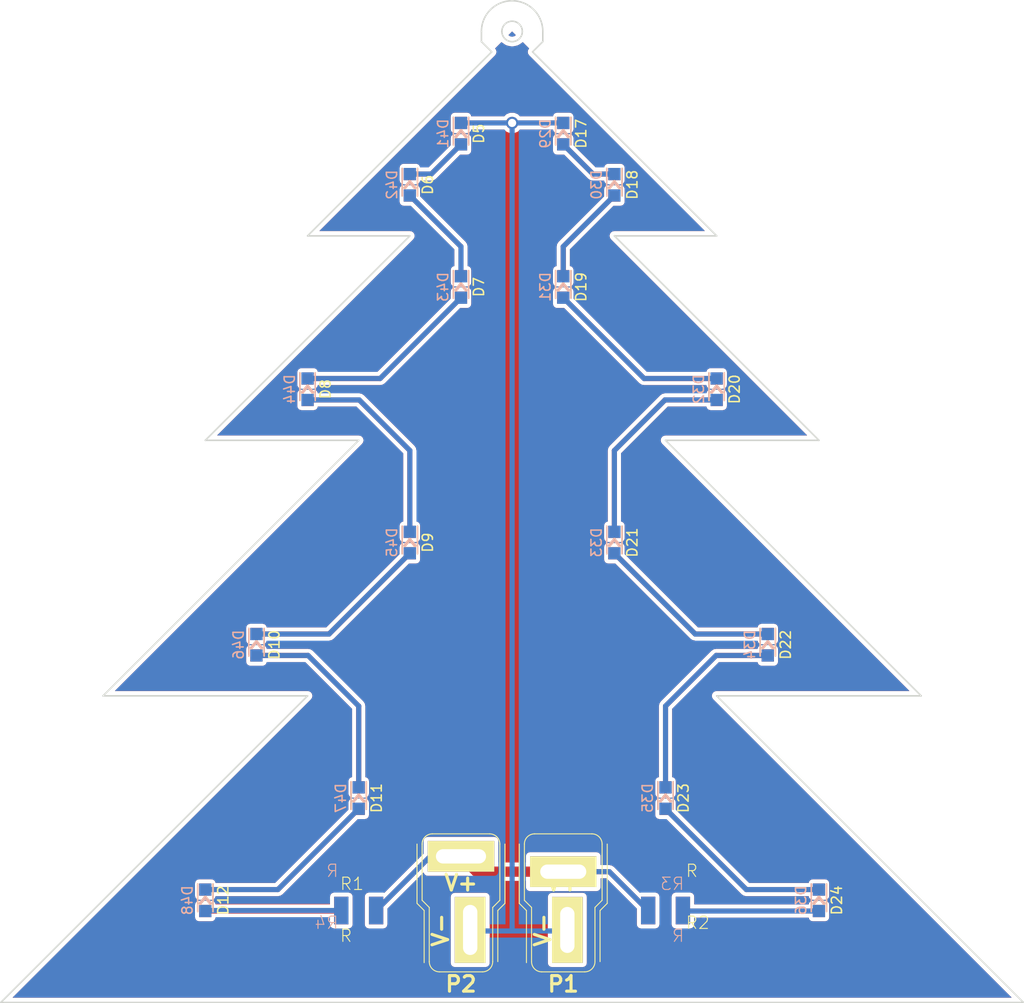
<source format=kicad_pcb>
(kicad_pcb (version 4) (host pcbnew 4.0.4-stable)

  (general
    (links 42)
    (no_connects 0)
    (area -0.100001 -0.100001 100.100001 100.100001)
    (thickness 1.6)
    (drawings 44)
    (tracks 94)
    (zones 0)
    (modules 38)
    (nets 35)
  )

  (page A4)
  (layers
    (0 F.Cu signal)
    (31 B.Cu signal)
    (32 B.Adhes user)
    (33 F.Adhes user)
    (34 B.Paste user)
    (35 F.Paste user)
    (36 B.SilkS user)
    (37 F.SilkS user)
    (38 B.Mask user)
    (39 F.Mask user)
    (40 Dwgs.User user hide)
    (41 Cmts.User user)
    (42 Eco1.User user)
    (43 Eco2.User user)
    (44 Edge.Cuts user)
    (45 Margin user)
    (46 B.CrtYd user)
    (47 F.CrtYd user)
    (48 B.Fab user)
    (49 F.Fab user)
  )

  (setup
    (last_trace_width 0.25)
    (user_trace_width 0.5)
    (user_trace_width 1)
    (trace_clearance 0.2)
    (zone_clearance 0.4)
    (zone_45_only no)
    (trace_min 0.2)
    (segment_width 0.2)
    (edge_width 0.15)
    (via_size 0.6)
    (via_drill 0.4)
    (via_min_size 0.4)
    (via_min_drill 0.3)
    (user_via 1.2 0.8)
    (uvia_size 0.3)
    (uvia_drill 0.1)
    (uvias_allowed no)
    (uvia_min_size 0.2)
    (uvia_min_drill 0.1)
    (pcb_text_width 0.3)
    (pcb_text_size 1.5 1.5)
    (mod_edge_width 0.15)
    (mod_text_size 1 1)
    (mod_text_width 0.15)
    (pad_size 1.524 1.524)
    (pad_drill 0.762)
    (pad_to_mask_clearance 0.2)
    (aux_axis_origin 0 0)
    (visible_elements 7FFFFFFF)
    (pcbplotparams
      (layerselection 0x010f0_80000001)
      (usegerberextensions false)
      (excludeedgelayer true)
      (linewidth 0.100000)
      (plotframeref false)
      (viasonmask false)
      (mode 1)
      (useauxorigin false)
      (hpglpennumber 1)
      (hpglpenspeed 20)
      (hpglpendiameter 15)
      (hpglpenoverlay 2)
      (psnegative false)
      (psa4output false)
      (plotreference true)
      (plotvalue true)
      (plotinvisibletext false)
      (padsonsilk false)
      (subtractmaskfromsilk false)
      (outputformat 1)
      (mirror false)
      (drillshape 0)
      (scaleselection 1)
      (outputdirectory ""))
  )

  (net 0 "")
  (net 1 +BATT)
  (net 2 "Net-(D5-Pad2)")
  (net 3 "Net-(D6-Pad2)")
  (net 4 "Net-(D7-Pad2)")
  (net 5 "Net-(D8-Pad2)")
  (net 6 "Net-(D10-Pad2)")
  (net 7 "Net-(D10-Pad1)")
  (net 8 "Net-(D11-Pad2)")
  (net 9 "Net-(D12-Pad2)")
  (net 10 "Net-(D17-Pad2)")
  (net 11 "Net-(D18-Pad2)")
  (net 12 "Net-(D19-Pad2)")
  (net 13 "Net-(D20-Pad2)")
  (net 14 "Net-(D21-Pad2)")
  (net 15 "Net-(D22-Pad2)")
  (net 16 "Net-(D23-Pad2)")
  (net 17 "Net-(D24-Pad2)")
  (net 18 "Net-(D29-Pad2)")
  (net 19 "Net-(D30-Pad2)")
  (net 20 "Net-(D31-Pad2)")
  (net 21 "Net-(D32-Pad2)")
  (net 22 "Net-(D33-Pad2)")
  (net 23 "Net-(D34-Pad2)")
  (net 24 "Net-(D35-Pad2)")
  (net 25 "Net-(D36-Pad2)")
  (net 26 "Net-(D41-Pad2)")
  (net 27 "Net-(D42-Pad2)")
  (net 28 "Net-(D43-Pad2)")
  (net 29 "Net-(D44-Pad2)")
  (net 30 "Net-(D45-Pad2)")
  (net 31 "Net-(D46-Pad2)")
  (net 32 "Net-(D47-Pad2)")
  (net 33 "Net-(D48-Pad2)")
  (net 34 GND)

  (net_class Default "これは標準のネット クラスです。"
    (clearance 0.2)
    (trace_width 0.25)
    (via_dia 0.6)
    (via_drill 0.4)
    (uvia_dia 0.3)
    (uvia_drill 0.1)
    (add_net +BATT)
    (add_net GND)
    (add_net "Net-(D10-Pad1)")
    (add_net "Net-(D10-Pad2)")
    (add_net "Net-(D11-Pad2)")
    (add_net "Net-(D12-Pad2)")
    (add_net "Net-(D17-Pad2)")
    (add_net "Net-(D18-Pad2)")
    (add_net "Net-(D19-Pad2)")
    (add_net "Net-(D20-Pad2)")
    (add_net "Net-(D21-Pad2)")
    (add_net "Net-(D22-Pad2)")
    (add_net "Net-(D23-Pad2)")
    (add_net "Net-(D24-Pad2)")
    (add_net "Net-(D29-Pad2)")
    (add_net "Net-(D30-Pad2)")
    (add_net "Net-(D31-Pad2)")
    (add_net "Net-(D32-Pad2)")
    (add_net "Net-(D33-Pad2)")
    (add_net "Net-(D34-Pad2)")
    (add_net "Net-(D35-Pad2)")
    (add_net "Net-(D36-Pad2)")
    (add_net "Net-(D41-Pad2)")
    (add_net "Net-(D42-Pad2)")
    (add_net "Net-(D43-Pad2)")
    (add_net "Net-(D44-Pad2)")
    (add_net "Net-(D45-Pad2)")
    (add_net "Net-(D46-Pad2)")
    (add_net "Net-(D47-Pad2)")
    (add_net "Net-(D48-Pad2)")
    (add_net "Net-(D5-Pad2)")
    (add_net "Net-(D6-Pad2)")
    (add_net "Net-(D7-Pad2)")
    (add_net "Net-(D8-Pad2)")
  )

  (module LEDs:LED_0805 placed (layer F.Cu) (tedit 57EDF824) (tstamp 584B76FD)
    (at 45 15 270)
    (descr "LED 0805 smd package")
    (tags "LED 0805 SMD")
    (path /584B8F1A)
    (attr smd)
    (fp_text reference D5 (at 0 -1.75 270) (layer F.SilkS)
      (effects (font (size 1 1) (thickness 0.15)))
    )
    (fp_text value LED (at 0 1.75 270) (layer F.Fab)
      (effects (font (size 1 1) (thickness 0.15)))
    )
    (fp_line (start -0.3 0) (end 0.3 0.5) (layer F.SilkS) (width 0.3))
    (fp_line (start -0.3 0) (end 0.3 -0.5) (layer F.SilkS) (width 0.3))
    (fp_line (start -1.6 0.75) (end 1.1 0.75) (layer F.SilkS) (width 0.15))
    (fp_line (start -1.6 -0.75) (end 1.1 -0.75) (layer F.SilkS) (width 0.15))
    (fp_line (start 1.9 -0.95) (end 1.9 0.95) (layer F.CrtYd) (width 0.05))
    (fp_line (start 1.9 0.95) (end -1.9 0.95) (layer F.CrtYd) (width 0.05))
    (fp_line (start -1.9 0.95) (end -1.9 -0.95) (layer F.CrtYd) (width 0.05))
    (fp_line (start -1.9 -0.95) (end 1.9 -0.95) (layer F.CrtYd) (width 0.05))
    (pad 2 smd rect (at 1.04902 0 90) (size 1.19888 1.19888) (layers F.Cu F.Paste F.Mask)
      (net 2 "Net-(D5-Pad2)"))
    (pad 1 smd rect (at -1.04902 0 90) (size 1.19888 1.19888) (layers F.Cu F.Paste F.Mask)
      (net 1 +BATT))
    (model LEDs.3dshapes/LED_0805.wrl
      (at (xyz 0 0 0))
      (scale (xyz 1 1 1))
      (rotate (xyz 0 0 0))
    )
  )

  (module LEDs:LED_0805 placed (layer F.Cu) (tedit 57EDF824) (tstamp 584B7703)
    (at 40 20 270)
    (descr "LED 0805 smd package")
    (tags "LED 0805 SMD")
    (path /584B8F20)
    (attr smd)
    (fp_text reference D6 (at 0 -1.75 270) (layer F.SilkS)
      (effects (font (size 1 1) (thickness 0.15)))
    )
    (fp_text value LED (at 0 1.75 270) (layer F.Fab)
      (effects (font (size 1 1) (thickness 0.15)))
    )
    (fp_line (start -0.3 0) (end 0.3 0.5) (layer F.SilkS) (width 0.3))
    (fp_line (start -0.3 0) (end 0.3 -0.5) (layer F.SilkS) (width 0.3))
    (fp_line (start -1.6 0.75) (end 1.1 0.75) (layer F.SilkS) (width 0.15))
    (fp_line (start -1.6 -0.75) (end 1.1 -0.75) (layer F.SilkS) (width 0.15))
    (fp_line (start 1.9 -0.95) (end 1.9 0.95) (layer F.CrtYd) (width 0.05))
    (fp_line (start 1.9 0.95) (end -1.9 0.95) (layer F.CrtYd) (width 0.05))
    (fp_line (start -1.9 0.95) (end -1.9 -0.95) (layer F.CrtYd) (width 0.05))
    (fp_line (start -1.9 -0.95) (end 1.9 -0.95) (layer F.CrtYd) (width 0.05))
    (pad 2 smd rect (at 1.04902 0 90) (size 1.19888 1.19888) (layers F.Cu F.Paste F.Mask)
      (net 3 "Net-(D6-Pad2)"))
    (pad 1 smd rect (at -1.04902 0 90) (size 1.19888 1.19888) (layers F.Cu F.Paste F.Mask)
      (net 2 "Net-(D5-Pad2)"))
    (model LEDs.3dshapes/LED_0805.wrl
      (at (xyz 0 0 0))
      (scale (xyz 1 1 1))
      (rotate (xyz 0 0 0))
    )
  )

  (module LEDs:LED_0805 placed (layer F.Cu) (tedit 57EDF824) (tstamp 584B7709)
    (at 45 30 270)
    (descr "LED 0805 smd package")
    (tags "LED 0805 SMD")
    (path /584B8F26)
    (attr smd)
    (fp_text reference D7 (at 0 -1.75 270) (layer F.SilkS)
      (effects (font (size 1 1) (thickness 0.15)))
    )
    (fp_text value LED (at 0 1.75 270) (layer F.Fab)
      (effects (font (size 1 1) (thickness 0.15)))
    )
    (fp_line (start -0.3 0) (end 0.3 0.5) (layer F.SilkS) (width 0.3))
    (fp_line (start -0.3 0) (end 0.3 -0.5) (layer F.SilkS) (width 0.3))
    (fp_line (start -1.6 0.75) (end 1.1 0.75) (layer F.SilkS) (width 0.15))
    (fp_line (start -1.6 -0.75) (end 1.1 -0.75) (layer F.SilkS) (width 0.15))
    (fp_line (start 1.9 -0.95) (end 1.9 0.95) (layer F.CrtYd) (width 0.05))
    (fp_line (start 1.9 0.95) (end -1.9 0.95) (layer F.CrtYd) (width 0.05))
    (fp_line (start -1.9 0.95) (end -1.9 -0.95) (layer F.CrtYd) (width 0.05))
    (fp_line (start -1.9 -0.95) (end 1.9 -0.95) (layer F.CrtYd) (width 0.05))
    (pad 2 smd rect (at 1.04902 0 90) (size 1.19888 1.19888) (layers F.Cu F.Paste F.Mask)
      (net 4 "Net-(D7-Pad2)"))
    (pad 1 smd rect (at -1.04902 0 90) (size 1.19888 1.19888) (layers F.Cu F.Paste F.Mask)
      (net 3 "Net-(D6-Pad2)"))
    (model LEDs.3dshapes/LED_0805.wrl
      (at (xyz 0 0 0))
      (scale (xyz 1 1 1))
      (rotate (xyz 0 0 0))
    )
  )

  (module LEDs:LED_0805 placed (layer F.Cu) (tedit 57EDF824) (tstamp 584B770F)
    (at 30 40 270)
    (descr "LED 0805 smd package")
    (tags "LED 0805 SMD")
    (path /584B8F2C)
    (attr smd)
    (fp_text reference D8 (at 0 -1.75 270) (layer F.SilkS)
      (effects (font (size 1 1) (thickness 0.15)))
    )
    (fp_text value LED (at 0 1.75 270) (layer F.Fab)
      (effects (font (size 1 1) (thickness 0.15)))
    )
    (fp_line (start -0.3 0) (end 0.3 0.5) (layer F.SilkS) (width 0.3))
    (fp_line (start -0.3 0) (end 0.3 -0.5) (layer F.SilkS) (width 0.3))
    (fp_line (start -1.6 0.75) (end 1.1 0.75) (layer F.SilkS) (width 0.15))
    (fp_line (start -1.6 -0.75) (end 1.1 -0.75) (layer F.SilkS) (width 0.15))
    (fp_line (start 1.9 -0.95) (end 1.9 0.95) (layer F.CrtYd) (width 0.05))
    (fp_line (start 1.9 0.95) (end -1.9 0.95) (layer F.CrtYd) (width 0.05))
    (fp_line (start -1.9 0.95) (end -1.9 -0.95) (layer F.CrtYd) (width 0.05))
    (fp_line (start -1.9 -0.95) (end 1.9 -0.95) (layer F.CrtYd) (width 0.05))
    (pad 2 smd rect (at 1.04902 0 90) (size 1.19888 1.19888) (layers F.Cu F.Paste F.Mask)
      (net 5 "Net-(D8-Pad2)"))
    (pad 1 smd rect (at -1.04902 0 90) (size 1.19888 1.19888) (layers F.Cu F.Paste F.Mask)
      (net 4 "Net-(D7-Pad2)"))
    (model LEDs.3dshapes/LED_0805.wrl
      (at (xyz 0 0 0))
      (scale (xyz 1 1 1))
      (rotate (xyz 0 0 0))
    )
  )

  (module LEDs:LED_0805 placed (layer F.Cu) (tedit 57EDF824) (tstamp 584B7715)
    (at 40 55 270)
    (descr "LED 0805 smd package")
    (tags "LED 0805 SMD")
    (path /584B8F32)
    (attr smd)
    (fp_text reference D9 (at 0 -1.75 270) (layer F.SilkS)
      (effects (font (size 1 1) (thickness 0.15)))
    )
    (fp_text value LED (at 0 1.75 270) (layer F.Fab)
      (effects (font (size 1 1) (thickness 0.15)))
    )
    (fp_line (start -0.3 0) (end 0.3 0.5) (layer F.SilkS) (width 0.3))
    (fp_line (start -0.3 0) (end 0.3 -0.5) (layer F.SilkS) (width 0.3))
    (fp_line (start -1.6 0.75) (end 1.1 0.75) (layer F.SilkS) (width 0.15))
    (fp_line (start -1.6 -0.75) (end 1.1 -0.75) (layer F.SilkS) (width 0.15))
    (fp_line (start 1.9 -0.95) (end 1.9 0.95) (layer F.CrtYd) (width 0.05))
    (fp_line (start 1.9 0.95) (end -1.9 0.95) (layer F.CrtYd) (width 0.05))
    (fp_line (start -1.9 0.95) (end -1.9 -0.95) (layer F.CrtYd) (width 0.05))
    (fp_line (start -1.9 -0.95) (end 1.9 -0.95) (layer F.CrtYd) (width 0.05))
    (pad 2 smd rect (at 1.04902 0 90) (size 1.19888 1.19888) (layers F.Cu F.Paste F.Mask)
      (net 7 "Net-(D10-Pad1)"))
    (pad 1 smd rect (at -1.04902 0 90) (size 1.19888 1.19888) (layers F.Cu F.Paste F.Mask)
      (net 5 "Net-(D8-Pad2)"))
    (model LEDs.3dshapes/LED_0805.wrl
      (at (xyz 0 0 0))
      (scale (xyz 1 1 1))
      (rotate (xyz 0 0 0))
    )
  )

  (module LEDs:LED_0805 placed (layer F.Cu) (tedit 57EDF824) (tstamp 584B771B)
    (at 25 65 270)
    (descr "LED 0805 smd package")
    (tags "LED 0805 SMD")
    (path /584B8F38)
    (attr smd)
    (fp_text reference D10 (at 0 -1.75 270) (layer F.SilkS)
      (effects (font (size 1 1) (thickness 0.15)))
    )
    (fp_text value LED (at 0 1.75 270) (layer F.Fab)
      (effects (font (size 1 1) (thickness 0.15)))
    )
    (fp_line (start -0.3 0) (end 0.3 0.5) (layer F.SilkS) (width 0.3))
    (fp_line (start -0.3 0) (end 0.3 -0.5) (layer F.SilkS) (width 0.3))
    (fp_line (start -1.6 0.75) (end 1.1 0.75) (layer F.SilkS) (width 0.15))
    (fp_line (start -1.6 -0.75) (end 1.1 -0.75) (layer F.SilkS) (width 0.15))
    (fp_line (start 1.9 -0.95) (end 1.9 0.95) (layer F.CrtYd) (width 0.05))
    (fp_line (start 1.9 0.95) (end -1.9 0.95) (layer F.CrtYd) (width 0.05))
    (fp_line (start -1.9 0.95) (end -1.9 -0.95) (layer F.CrtYd) (width 0.05))
    (fp_line (start -1.9 -0.95) (end 1.9 -0.95) (layer F.CrtYd) (width 0.05))
    (pad 2 smd rect (at 1.04902 0 90) (size 1.19888 1.19888) (layers F.Cu F.Paste F.Mask)
      (net 6 "Net-(D10-Pad2)"))
    (pad 1 smd rect (at -1.04902 0 90) (size 1.19888 1.19888) (layers F.Cu F.Paste F.Mask)
      (net 7 "Net-(D10-Pad1)"))
    (model LEDs.3dshapes/LED_0805.wrl
      (at (xyz 0 0 0))
      (scale (xyz 1 1 1))
      (rotate (xyz 0 0 0))
    )
  )

  (module LEDs:LED_0805 placed (layer F.Cu) (tedit 57EDF824) (tstamp 584B7721)
    (at 35 80 270)
    (descr "LED 0805 smd package")
    (tags "LED 0805 SMD")
    (path /584B8F3E)
    (attr smd)
    (fp_text reference D11 (at 0 -1.75 270) (layer F.SilkS)
      (effects (font (size 1 1) (thickness 0.15)))
    )
    (fp_text value LED (at 0 1.75 270) (layer F.Fab)
      (effects (font (size 1 1) (thickness 0.15)))
    )
    (fp_line (start -0.3 0) (end 0.3 0.5) (layer F.SilkS) (width 0.3))
    (fp_line (start -0.3 0) (end 0.3 -0.5) (layer F.SilkS) (width 0.3))
    (fp_line (start -1.6 0.75) (end 1.1 0.75) (layer F.SilkS) (width 0.15))
    (fp_line (start -1.6 -0.75) (end 1.1 -0.75) (layer F.SilkS) (width 0.15))
    (fp_line (start 1.9 -0.95) (end 1.9 0.95) (layer F.CrtYd) (width 0.05))
    (fp_line (start 1.9 0.95) (end -1.9 0.95) (layer F.CrtYd) (width 0.05))
    (fp_line (start -1.9 0.95) (end -1.9 -0.95) (layer F.CrtYd) (width 0.05))
    (fp_line (start -1.9 -0.95) (end 1.9 -0.95) (layer F.CrtYd) (width 0.05))
    (pad 2 smd rect (at 1.04902 0 90) (size 1.19888 1.19888) (layers F.Cu F.Paste F.Mask)
      (net 8 "Net-(D11-Pad2)"))
    (pad 1 smd rect (at -1.04902 0 90) (size 1.19888 1.19888) (layers F.Cu F.Paste F.Mask)
      (net 6 "Net-(D10-Pad2)"))
    (model LEDs.3dshapes/LED_0805.wrl
      (at (xyz 0 0 0))
      (scale (xyz 1 1 1))
      (rotate (xyz 0 0 0))
    )
  )

  (module LEDs:LED_0805 placed (layer F.Cu) (tedit 57EDF824) (tstamp 584B7727)
    (at 20 90 270)
    (descr "LED 0805 smd package")
    (tags "LED 0805 SMD")
    (path /584B8F44)
    (attr smd)
    (fp_text reference D12 (at 0 -1.75 270) (layer F.SilkS)
      (effects (font (size 1 1) (thickness 0.15)))
    )
    (fp_text value LED (at 0 1.75 270) (layer F.Fab)
      (effects (font (size 1 1) (thickness 0.15)))
    )
    (fp_line (start -0.3 0) (end 0.3 0.5) (layer F.SilkS) (width 0.3))
    (fp_line (start -0.3 0) (end 0.3 -0.5) (layer F.SilkS) (width 0.3))
    (fp_line (start -1.6 0.75) (end 1.1 0.75) (layer F.SilkS) (width 0.15))
    (fp_line (start -1.6 -0.75) (end 1.1 -0.75) (layer F.SilkS) (width 0.15))
    (fp_line (start 1.9 -0.95) (end 1.9 0.95) (layer F.CrtYd) (width 0.05))
    (fp_line (start 1.9 0.95) (end -1.9 0.95) (layer F.CrtYd) (width 0.05))
    (fp_line (start -1.9 0.95) (end -1.9 -0.95) (layer F.CrtYd) (width 0.05))
    (fp_line (start -1.9 -0.95) (end 1.9 -0.95) (layer F.CrtYd) (width 0.05))
    (pad 2 smd rect (at 1.04902 0 90) (size 1.19888 1.19888) (layers F.Cu F.Paste F.Mask)
      (net 9 "Net-(D12-Pad2)"))
    (pad 1 smd rect (at -1.04902 0 90) (size 1.19888 1.19888) (layers F.Cu F.Paste F.Mask)
      (net 8 "Net-(D11-Pad2)"))
    (model LEDs.3dshapes/LED_0805.wrl
      (at (xyz 0 0 0))
      (scale (xyz 1 1 1))
      (rotate (xyz 0 0 0))
    )
  )

  (module LEDs:LED_0805 placed (layer F.Cu) (tedit 57EDF824) (tstamp 584B7745)
    (at 55 15 270)
    (descr "LED 0805 smd package")
    (tags "LED 0805 SMD")
    (path /584B8EBD)
    (attr smd)
    (fp_text reference D17 (at 0 -1.75 270) (layer F.SilkS)
      (effects (font (size 1 1) (thickness 0.15)))
    )
    (fp_text value LED (at 0 1.75 270) (layer F.Fab)
      (effects (font (size 1 1) (thickness 0.15)))
    )
    (fp_line (start -0.3 0) (end 0.3 0.5) (layer F.SilkS) (width 0.3))
    (fp_line (start -0.3 0) (end 0.3 -0.5) (layer F.SilkS) (width 0.3))
    (fp_line (start -1.6 0.75) (end 1.1 0.75) (layer F.SilkS) (width 0.15))
    (fp_line (start -1.6 -0.75) (end 1.1 -0.75) (layer F.SilkS) (width 0.15))
    (fp_line (start 1.9 -0.95) (end 1.9 0.95) (layer F.CrtYd) (width 0.05))
    (fp_line (start 1.9 0.95) (end -1.9 0.95) (layer F.CrtYd) (width 0.05))
    (fp_line (start -1.9 0.95) (end -1.9 -0.95) (layer F.CrtYd) (width 0.05))
    (fp_line (start -1.9 -0.95) (end 1.9 -0.95) (layer F.CrtYd) (width 0.05))
    (pad 2 smd rect (at 1.04902 0 90) (size 1.19888 1.19888) (layers F.Cu F.Paste F.Mask)
      (net 10 "Net-(D17-Pad2)"))
    (pad 1 smd rect (at -1.04902 0 90) (size 1.19888 1.19888) (layers F.Cu F.Paste F.Mask)
      (net 1 +BATT))
    (model LEDs.3dshapes/LED_0805.wrl
      (at (xyz 0 0 0))
      (scale (xyz 1 1 1))
      (rotate (xyz 0 0 0))
    )
  )

  (module LEDs:LED_0805 placed (layer F.Cu) (tedit 57EDF824) (tstamp 584B774B)
    (at 60 20 270)
    (descr "LED 0805 smd package")
    (tags "LED 0805 SMD")
    (path /584B8EC3)
    (attr smd)
    (fp_text reference D18 (at 0 -1.75 270) (layer F.SilkS)
      (effects (font (size 1 1) (thickness 0.15)))
    )
    (fp_text value LED (at 0 1.75 270) (layer F.Fab)
      (effects (font (size 1 1) (thickness 0.15)))
    )
    (fp_line (start -0.3 0) (end 0.3 0.5) (layer F.SilkS) (width 0.3))
    (fp_line (start -0.3 0) (end 0.3 -0.5) (layer F.SilkS) (width 0.3))
    (fp_line (start -1.6 0.75) (end 1.1 0.75) (layer F.SilkS) (width 0.15))
    (fp_line (start -1.6 -0.75) (end 1.1 -0.75) (layer F.SilkS) (width 0.15))
    (fp_line (start 1.9 -0.95) (end 1.9 0.95) (layer F.CrtYd) (width 0.05))
    (fp_line (start 1.9 0.95) (end -1.9 0.95) (layer F.CrtYd) (width 0.05))
    (fp_line (start -1.9 0.95) (end -1.9 -0.95) (layer F.CrtYd) (width 0.05))
    (fp_line (start -1.9 -0.95) (end 1.9 -0.95) (layer F.CrtYd) (width 0.05))
    (pad 2 smd rect (at 1.04902 0 90) (size 1.19888 1.19888) (layers F.Cu F.Paste F.Mask)
      (net 11 "Net-(D18-Pad2)"))
    (pad 1 smd rect (at -1.04902 0 90) (size 1.19888 1.19888) (layers F.Cu F.Paste F.Mask)
      (net 10 "Net-(D17-Pad2)"))
    (model LEDs.3dshapes/LED_0805.wrl
      (at (xyz 0 0 0))
      (scale (xyz 1 1 1))
      (rotate (xyz 0 0 0))
    )
  )

  (module LEDs:LED_0805 placed (layer F.Cu) (tedit 57EDF824) (tstamp 584B7751)
    (at 55 30 270)
    (descr "LED 0805 smd package")
    (tags "LED 0805 SMD")
    (path /584B8EC9)
    (attr smd)
    (fp_text reference D19 (at 0 -1.75 270) (layer F.SilkS)
      (effects (font (size 1 1) (thickness 0.15)))
    )
    (fp_text value LED (at 0 1.75 270) (layer F.Fab)
      (effects (font (size 1 1) (thickness 0.15)))
    )
    (fp_line (start -0.3 0) (end 0.3 0.5) (layer F.SilkS) (width 0.3))
    (fp_line (start -0.3 0) (end 0.3 -0.5) (layer F.SilkS) (width 0.3))
    (fp_line (start -1.6 0.75) (end 1.1 0.75) (layer F.SilkS) (width 0.15))
    (fp_line (start -1.6 -0.75) (end 1.1 -0.75) (layer F.SilkS) (width 0.15))
    (fp_line (start 1.9 -0.95) (end 1.9 0.95) (layer F.CrtYd) (width 0.05))
    (fp_line (start 1.9 0.95) (end -1.9 0.95) (layer F.CrtYd) (width 0.05))
    (fp_line (start -1.9 0.95) (end -1.9 -0.95) (layer F.CrtYd) (width 0.05))
    (fp_line (start -1.9 -0.95) (end 1.9 -0.95) (layer F.CrtYd) (width 0.05))
    (pad 2 smd rect (at 1.04902 0 90) (size 1.19888 1.19888) (layers F.Cu F.Paste F.Mask)
      (net 12 "Net-(D19-Pad2)"))
    (pad 1 smd rect (at -1.04902 0 90) (size 1.19888 1.19888) (layers F.Cu F.Paste F.Mask)
      (net 11 "Net-(D18-Pad2)"))
    (model LEDs.3dshapes/LED_0805.wrl
      (at (xyz 0 0 0))
      (scale (xyz 1 1 1))
      (rotate (xyz 0 0 0))
    )
  )

  (module LEDs:LED_0805 placed (layer F.Cu) (tedit 57EDF824) (tstamp 584B7757)
    (at 70 40 270)
    (descr "LED 0805 smd package")
    (tags "LED 0805 SMD")
    (path /584B8ECF)
    (attr smd)
    (fp_text reference D20 (at 0 -1.75 270) (layer F.SilkS)
      (effects (font (size 1 1) (thickness 0.15)))
    )
    (fp_text value LED (at 0 1.75 270) (layer F.Fab)
      (effects (font (size 1 1) (thickness 0.15)))
    )
    (fp_line (start -0.3 0) (end 0.3 0.5) (layer F.SilkS) (width 0.3))
    (fp_line (start -0.3 0) (end 0.3 -0.5) (layer F.SilkS) (width 0.3))
    (fp_line (start -1.6 0.75) (end 1.1 0.75) (layer F.SilkS) (width 0.15))
    (fp_line (start -1.6 -0.75) (end 1.1 -0.75) (layer F.SilkS) (width 0.15))
    (fp_line (start 1.9 -0.95) (end 1.9 0.95) (layer F.CrtYd) (width 0.05))
    (fp_line (start 1.9 0.95) (end -1.9 0.95) (layer F.CrtYd) (width 0.05))
    (fp_line (start -1.9 0.95) (end -1.9 -0.95) (layer F.CrtYd) (width 0.05))
    (fp_line (start -1.9 -0.95) (end 1.9 -0.95) (layer F.CrtYd) (width 0.05))
    (pad 2 smd rect (at 1.04902 0 90) (size 1.19888 1.19888) (layers F.Cu F.Paste F.Mask)
      (net 13 "Net-(D20-Pad2)"))
    (pad 1 smd rect (at -1.04902 0 90) (size 1.19888 1.19888) (layers F.Cu F.Paste F.Mask)
      (net 12 "Net-(D19-Pad2)"))
    (model LEDs.3dshapes/LED_0805.wrl
      (at (xyz 0 0 0))
      (scale (xyz 1 1 1))
      (rotate (xyz 0 0 0))
    )
  )

  (module LEDs:LED_0805 placed (layer F.Cu) (tedit 57EDF824) (tstamp 584B775D)
    (at 60 55 270)
    (descr "LED 0805 smd package")
    (tags "LED 0805 SMD")
    (path /584B8ED5)
    (attr smd)
    (fp_text reference D21 (at 0 -1.75 270) (layer F.SilkS)
      (effects (font (size 1 1) (thickness 0.15)))
    )
    (fp_text value LED (at 0 1.75 270) (layer F.Fab)
      (effects (font (size 1 1) (thickness 0.15)))
    )
    (fp_line (start -0.3 0) (end 0.3 0.5) (layer F.SilkS) (width 0.3))
    (fp_line (start -0.3 0) (end 0.3 -0.5) (layer F.SilkS) (width 0.3))
    (fp_line (start -1.6 0.75) (end 1.1 0.75) (layer F.SilkS) (width 0.15))
    (fp_line (start -1.6 -0.75) (end 1.1 -0.75) (layer F.SilkS) (width 0.15))
    (fp_line (start 1.9 -0.95) (end 1.9 0.95) (layer F.CrtYd) (width 0.05))
    (fp_line (start 1.9 0.95) (end -1.9 0.95) (layer F.CrtYd) (width 0.05))
    (fp_line (start -1.9 0.95) (end -1.9 -0.95) (layer F.CrtYd) (width 0.05))
    (fp_line (start -1.9 -0.95) (end 1.9 -0.95) (layer F.CrtYd) (width 0.05))
    (pad 2 smd rect (at 1.04902 0 90) (size 1.19888 1.19888) (layers F.Cu F.Paste F.Mask)
      (net 14 "Net-(D21-Pad2)"))
    (pad 1 smd rect (at -1.04902 0 90) (size 1.19888 1.19888) (layers F.Cu F.Paste F.Mask)
      (net 13 "Net-(D20-Pad2)"))
    (model LEDs.3dshapes/LED_0805.wrl
      (at (xyz 0 0 0))
      (scale (xyz 1 1 1))
      (rotate (xyz 0 0 0))
    )
  )

  (module LEDs:LED_0805 placed (layer F.Cu) (tedit 57EDF824) (tstamp 584B7763)
    (at 75 65 270)
    (descr "LED 0805 smd package")
    (tags "LED 0805 SMD")
    (path /584B8EDB)
    (attr smd)
    (fp_text reference D22 (at 0 -1.75 270) (layer F.SilkS)
      (effects (font (size 1 1) (thickness 0.15)))
    )
    (fp_text value LED (at 0 1.75 270) (layer F.Fab)
      (effects (font (size 1 1) (thickness 0.15)))
    )
    (fp_line (start -0.3 0) (end 0.3 0.5) (layer F.SilkS) (width 0.3))
    (fp_line (start -0.3 0) (end 0.3 -0.5) (layer F.SilkS) (width 0.3))
    (fp_line (start -1.6 0.75) (end 1.1 0.75) (layer F.SilkS) (width 0.15))
    (fp_line (start -1.6 -0.75) (end 1.1 -0.75) (layer F.SilkS) (width 0.15))
    (fp_line (start 1.9 -0.95) (end 1.9 0.95) (layer F.CrtYd) (width 0.05))
    (fp_line (start 1.9 0.95) (end -1.9 0.95) (layer F.CrtYd) (width 0.05))
    (fp_line (start -1.9 0.95) (end -1.9 -0.95) (layer F.CrtYd) (width 0.05))
    (fp_line (start -1.9 -0.95) (end 1.9 -0.95) (layer F.CrtYd) (width 0.05))
    (pad 2 smd rect (at 1.04902 0 90) (size 1.19888 1.19888) (layers F.Cu F.Paste F.Mask)
      (net 15 "Net-(D22-Pad2)"))
    (pad 1 smd rect (at -1.04902 0 90) (size 1.19888 1.19888) (layers F.Cu F.Paste F.Mask)
      (net 14 "Net-(D21-Pad2)"))
    (model LEDs.3dshapes/LED_0805.wrl
      (at (xyz 0 0 0))
      (scale (xyz 1 1 1))
      (rotate (xyz 0 0 0))
    )
  )

  (module LEDs:LED_0805 placed (layer F.Cu) (tedit 57EDF824) (tstamp 584B7769)
    (at 65 80 270)
    (descr "LED 0805 smd package")
    (tags "LED 0805 SMD")
    (path /584B8EE1)
    (attr smd)
    (fp_text reference D23 (at 0 -1.75 270) (layer F.SilkS)
      (effects (font (size 1 1) (thickness 0.15)))
    )
    (fp_text value LED (at 0 1.75 270) (layer F.Fab)
      (effects (font (size 1 1) (thickness 0.15)))
    )
    (fp_line (start -0.3 0) (end 0.3 0.5) (layer F.SilkS) (width 0.3))
    (fp_line (start -0.3 0) (end 0.3 -0.5) (layer F.SilkS) (width 0.3))
    (fp_line (start -1.6 0.75) (end 1.1 0.75) (layer F.SilkS) (width 0.15))
    (fp_line (start -1.6 -0.75) (end 1.1 -0.75) (layer F.SilkS) (width 0.15))
    (fp_line (start 1.9 -0.95) (end 1.9 0.95) (layer F.CrtYd) (width 0.05))
    (fp_line (start 1.9 0.95) (end -1.9 0.95) (layer F.CrtYd) (width 0.05))
    (fp_line (start -1.9 0.95) (end -1.9 -0.95) (layer F.CrtYd) (width 0.05))
    (fp_line (start -1.9 -0.95) (end 1.9 -0.95) (layer F.CrtYd) (width 0.05))
    (pad 2 smd rect (at 1.04902 0 90) (size 1.19888 1.19888) (layers F.Cu F.Paste F.Mask)
      (net 16 "Net-(D23-Pad2)"))
    (pad 1 smd rect (at -1.04902 0 90) (size 1.19888 1.19888) (layers F.Cu F.Paste F.Mask)
      (net 15 "Net-(D22-Pad2)"))
    (model LEDs.3dshapes/LED_0805.wrl
      (at (xyz 0 0 0))
      (scale (xyz 1 1 1))
      (rotate (xyz 0 0 0))
    )
  )

  (module LEDs:LED_0805 placed (layer F.Cu) (tedit 57EDF824) (tstamp 584B776F)
    (at 80 90 270)
    (descr "LED 0805 smd package")
    (tags "LED 0805 SMD")
    (path /584B8EE7)
    (attr smd)
    (fp_text reference D24 (at 0 -1.75 270) (layer F.SilkS)
      (effects (font (size 1 1) (thickness 0.15)))
    )
    (fp_text value LED (at 0 1.75 270) (layer F.Fab)
      (effects (font (size 1 1) (thickness 0.15)))
    )
    (fp_line (start -0.3 0) (end 0.3 0.5) (layer F.SilkS) (width 0.3))
    (fp_line (start -0.3 0) (end 0.3 -0.5) (layer F.SilkS) (width 0.3))
    (fp_line (start -1.6 0.75) (end 1.1 0.75) (layer F.SilkS) (width 0.15))
    (fp_line (start -1.6 -0.75) (end 1.1 -0.75) (layer F.SilkS) (width 0.15))
    (fp_line (start 1.9 -0.95) (end 1.9 0.95) (layer F.CrtYd) (width 0.05))
    (fp_line (start 1.9 0.95) (end -1.9 0.95) (layer F.CrtYd) (width 0.05))
    (fp_line (start -1.9 0.95) (end -1.9 -0.95) (layer F.CrtYd) (width 0.05))
    (fp_line (start -1.9 -0.95) (end 1.9 -0.95) (layer F.CrtYd) (width 0.05))
    (pad 2 smd rect (at 1.04902 0 90) (size 1.19888 1.19888) (layers F.Cu F.Paste F.Mask)
      (net 17 "Net-(D24-Pad2)"))
    (pad 1 smd rect (at -1.04902 0 90) (size 1.19888 1.19888) (layers F.Cu F.Paste F.Mask)
      (net 16 "Net-(D23-Pad2)"))
    (model LEDs.3dshapes/LED_0805.wrl
      (at (xyz 0 0 0))
      (scale (xyz 1 1 1))
      (rotate (xyz 0 0 0))
    )
  )

  (module LEDs:LED_0805 placed (layer B.Cu) (tedit 57EDF824) (tstamp 584B778D)
    (at 55 15 270)
    (descr "LED 0805 smd package")
    (tags "LED 0805 SMD")
    (path /584B8958)
    (attr smd)
    (fp_text reference D29 (at 0 1.75 270) (layer B.SilkS)
      (effects (font (size 1 1) (thickness 0.15)) (justify mirror))
    )
    (fp_text value LED (at 0 -1.75 270) (layer B.Fab)
      (effects (font (size 1 1) (thickness 0.15)) (justify mirror))
    )
    (fp_line (start -0.3 0) (end 0.3 -0.5) (layer B.SilkS) (width 0.3))
    (fp_line (start -0.3 0) (end 0.3 0.5) (layer B.SilkS) (width 0.3))
    (fp_line (start -1.6 -0.75) (end 1.1 -0.75) (layer B.SilkS) (width 0.15))
    (fp_line (start -1.6 0.75) (end 1.1 0.75) (layer B.SilkS) (width 0.15))
    (fp_line (start 1.9 0.95) (end 1.9 -0.95) (layer B.CrtYd) (width 0.05))
    (fp_line (start 1.9 -0.95) (end -1.9 -0.95) (layer B.CrtYd) (width 0.05))
    (fp_line (start -1.9 -0.95) (end -1.9 0.95) (layer B.CrtYd) (width 0.05))
    (fp_line (start -1.9 0.95) (end 1.9 0.95) (layer B.CrtYd) (width 0.05))
    (pad 2 smd rect (at 1.04902 0 90) (size 1.19888 1.19888) (layers B.Cu B.Paste B.Mask)
      (net 18 "Net-(D29-Pad2)"))
    (pad 1 smd rect (at -1.04902 0 90) (size 1.19888 1.19888) (layers B.Cu B.Paste B.Mask)
      (net 1 +BATT))
    (model LEDs.3dshapes/LED_0805.wrl
      (at (xyz 0 0 0))
      (scale (xyz 1 1 1))
      (rotate (xyz 0 0 0))
    )
  )

  (module LEDs:LED_0805 placed (layer B.Cu) (tedit 57EDF824) (tstamp 584B7793)
    (at 60 20 270)
    (descr "LED 0805 smd package")
    (tags "LED 0805 SMD")
    (path /584B895E)
    (attr smd)
    (fp_text reference D30 (at 0 1.75 270) (layer B.SilkS)
      (effects (font (size 1 1) (thickness 0.15)) (justify mirror))
    )
    (fp_text value LED (at 0 -1.75 270) (layer B.Fab)
      (effects (font (size 1 1) (thickness 0.15)) (justify mirror))
    )
    (fp_line (start -0.3 0) (end 0.3 -0.5) (layer B.SilkS) (width 0.3))
    (fp_line (start -0.3 0) (end 0.3 0.5) (layer B.SilkS) (width 0.3))
    (fp_line (start -1.6 -0.75) (end 1.1 -0.75) (layer B.SilkS) (width 0.15))
    (fp_line (start -1.6 0.75) (end 1.1 0.75) (layer B.SilkS) (width 0.15))
    (fp_line (start 1.9 0.95) (end 1.9 -0.95) (layer B.CrtYd) (width 0.05))
    (fp_line (start 1.9 -0.95) (end -1.9 -0.95) (layer B.CrtYd) (width 0.05))
    (fp_line (start -1.9 -0.95) (end -1.9 0.95) (layer B.CrtYd) (width 0.05))
    (fp_line (start -1.9 0.95) (end 1.9 0.95) (layer B.CrtYd) (width 0.05))
    (pad 2 smd rect (at 1.04902 0 90) (size 1.19888 1.19888) (layers B.Cu B.Paste B.Mask)
      (net 19 "Net-(D30-Pad2)"))
    (pad 1 smd rect (at -1.04902 0 90) (size 1.19888 1.19888) (layers B.Cu B.Paste B.Mask)
      (net 18 "Net-(D29-Pad2)"))
    (model LEDs.3dshapes/LED_0805.wrl
      (at (xyz 0 0 0))
      (scale (xyz 1 1 1))
      (rotate (xyz 0 0 0))
    )
  )

  (module LEDs:LED_0805 placed (layer B.Cu) (tedit 57EDF824) (tstamp 584B7799)
    (at 55 30 270)
    (descr "LED 0805 smd package")
    (tags "LED 0805 SMD")
    (path /584B8964)
    (attr smd)
    (fp_text reference D31 (at 0 1.75 270) (layer B.SilkS)
      (effects (font (size 1 1) (thickness 0.15)) (justify mirror))
    )
    (fp_text value LED (at 0 -1.75 270) (layer B.Fab)
      (effects (font (size 1 1) (thickness 0.15)) (justify mirror))
    )
    (fp_line (start -0.3 0) (end 0.3 -0.5) (layer B.SilkS) (width 0.3))
    (fp_line (start -0.3 0) (end 0.3 0.5) (layer B.SilkS) (width 0.3))
    (fp_line (start -1.6 -0.75) (end 1.1 -0.75) (layer B.SilkS) (width 0.15))
    (fp_line (start -1.6 0.75) (end 1.1 0.75) (layer B.SilkS) (width 0.15))
    (fp_line (start 1.9 0.95) (end 1.9 -0.95) (layer B.CrtYd) (width 0.05))
    (fp_line (start 1.9 -0.95) (end -1.9 -0.95) (layer B.CrtYd) (width 0.05))
    (fp_line (start -1.9 -0.95) (end -1.9 0.95) (layer B.CrtYd) (width 0.05))
    (fp_line (start -1.9 0.95) (end 1.9 0.95) (layer B.CrtYd) (width 0.05))
    (pad 2 smd rect (at 1.04902 0 90) (size 1.19888 1.19888) (layers B.Cu B.Paste B.Mask)
      (net 20 "Net-(D31-Pad2)"))
    (pad 1 smd rect (at -1.04902 0 90) (size 1.19888 1.19888) (layers B.Cu B.Paste B.Mask)
      (net 19 "Net-(D30-Pad2)"))
    (model LEDs.3dshapes/LED_0805.wrl
      (at (xyz 0 0 0))
      (scale (xyz 1 1 1))
      (rotate (xyz 0 0 0))
    )
  )

  (module LEDs:LED_0805 placed (layer B.Cu) (tedit 57EDF824) (tstamp 584B779F)
    (at 70 40 270)
    (descr "LED 0805 smd package")
    (tags "LED 0805 SMD")
    (path /584B896A)
    (attr smd)
    (fp_text reference D32 (at 0 1.75 270) (layer B.SilkS)
      (effects (font (size 1 1) (thickness 0.15)) (justify mirror))
    )
    (fp_text value LED (at 0 -1.75 270) (layer B.Fab)
      (effects (font (size 1 1) (thickness 0.15)) (justify mirror))
    )
    (fp_line (start -0.3 0) (end 0.3 -0.5) (layer B.SilkS) (width 0.3))
    (fp_line (start -0.3 0) (end 0.3 0.5) (layer B.SilkS) (width 0.3))
    (fp_line (start -1.6 -0.75) (end 1.1 -0.75) (layer B.SilkS) (width 0.15))
    (fp_line (start -1.6 0.75) (end 1.1 0.75) (layer B.SilkS) (width 0.15))
    (fp_line (start 1.9 0.95) (end 1.9 -0.95) (layer B.CrtYd) (width 0.05))
    (fp_line (start 1.9 -0.95) (end -1.9 -0.95) (layer B.CrtYd) (width 0.05))
    (fp_line (start -1.9 -0.95) (end -1.9 0.95) (layer B.CrtYd) (width 0.05))
    (fp_line (start -1.9 0.95) (end 1.9 0.95) (layer B.CrtYd) (width 0.05))
    (pad 2 smd rect (at 1.04902 0 90) (size 1.19888 1.19888) (layers B.Cu B.Paste B.Mask)
      (net 21 "Net-(D32-Pad2)"))
    (pad 1 smd rect (at -1.04902 0 90) (size 1.19888 1.19888) (layers B.Cu B.Paste B.Mask)
      (net 20 "Net-(D31-Pad2)"))
    (model LEDs.3dshapes/LED_0805.wrl
      (at (xyz 0 0 0))
      (scale (xyz 1 1 1))
      (rotate (xyz 0 0 0))
    )
  )

  (module LEDs:LED_0805 placed (layer B.Cu) (tedit 57EDF824) (tstamp 584B77A5)
    (at 60 55 270)
    (descr "LED 0805 smd package")
    (tags "LED 0805 SMD")
    (path /584B8970)
    (attr smd)
    (fp_text reference D33 (at 0 1.75 270) (layer B.SilkS)
      (effects (font (size 1 1) (thickness 0.15)) (justify mirror))
    )
    (fp_text value LED (at 0 -1.75 270) (layer B.Fab)
      (effects (font (size 1 1) (thickness 0.15)) (justify mirror))
    )
    (fp_line (start -0.3 0) (end 0.3 -0.5) (layer B.SilkS) (width 0.3))
    (fp_line (start -0.3 0) (end 0.3 0.5) (layer B.SilkS) (width 0.3))
    (fp_line (start -1.6 -0.75) (end 1.1 -0.75) (layer B.SilkS) (width 0.15))
    (fp_line (start -1.6 0.75) (end 1.1 0.75) (layer B.SilkS) (width 0.15))
    (fp_line (start 1.9 0.95) (end 1.9 -0.95) (layer B.CrtYd) (width 0.05))
    (fp_line (start 1.9 -0.95) (end -1.9 -0.95) (layer B.CrtYd) (width 0.05))
    (fp_line (start -1.9 -0.95) (end -1.9 0.95) (layer B.CrtYd) (width 0.05))
    (fp_line (start -1.9 0.95) (end 1.9 0.95) (layer B.CrtYd) (width 0.05))
    (pad 2 smd rect (at 1.04902 0 90) (size 1.19888 1.19888) (layers B.Cu B.Paste B.Mask)
      (net 22 "Net-(D33-Pad2)"))
    (pad 1 smd rect (at -1.04902 0 90) (size 1.19888 1.19888) (layers B.Cu B.Paste B.Mask)
      (net 21 "Net-(D32-Pad2)"))
    (model LEDs.3dshapes/LED_0805.wrl
      (at (xyz 0 0 0))
      (scale (xyz 1 1 1))
      (rotate (xyz 0 0 0))
    )
  )

  (module LEDs:LED_0805 placed (layer B.Cu) (tedit 57EDF824) (tstamp 584B77AB)
    (at 75 65 270)
    (descr "LED 0805 smd package")
    (tags "LED 0805 SMD")
    (path /584B8976)
    (attr smd)
    (fp_text reference D34 (at 0 1.75 270) (layer B.SilkS)
      (effects (font (size 1 1) (thickness 0.15)) (justify mirror))
    )
    (fp_text value LED (at 0 -1.75 270) (layer B.Fab)
      (effects (font (size 1 1) (thickness 0.15)) (justify mirror))
    )
    (fp_line (start -0.3 0) (end 0.3 -0.5) (layer B.SilkS) (width 0.3))
    (fp_line (start -0.3 0) (end 0.3 0.5) (layer B.SilkS) (width 0.3))
    (fp_line (start -1.6 -0.75) (end 1.1 -0.75) (layer B.SilkS) (width 0.15))
    (fp_line (start -1.6 0.75) (end 1.1 0.75) (layer B.SilkS) (width 0.15))
    (fp_line (start 1.9 0.95) (end 1.9 -0.95) (layer B.CrtYd) (width 0.05))
    (fp_line (start 1.9 -0.95) (end -1.9 -0.95) (layer B.CrtYd) (width 0.05))
    (fp_line (start -1.9 -0.95) (end -1.9 0.95) (layer B.CrtYd) (width 0.05))
    (fp_line (start -1.9 0.95) (end 1.9 0.95) (layer B.CrtYd) (width 0.05))
    (pad 2 smd rect (at 1.04902 0 90) (size 1.19888 1.19888) (layers B.Cu B.Paste B.Mask)
      (net 23 "Net-(D34-Pad2)"))
    (pad 1 smd rect (at -1.04902 0 90) (size 1.19888 1.19888) (layers B.Cu B.Paste B.Mask)
      (net 22 "Net-(D33-Pad2)"))
    (model LEDs.3dshapes/LED_0805.wrl
      (at (xyz 0 0 0))
      (scale (xyz 1 1 1))
      (rotate (xyz 0 0 0))
    )
  )

  (module LEDs:LED_0805 placed (layer B.Cu) (tedit 57EDF824) (tstamp 584B77B1)
    (at 65 80 270)
    (descr "LED 0805 smd package")
    (tags "LED 0805 SMD")
    (path /584B897C)
    (attr smd)
    (fp_text reference D35 (at 0 1.75 270) (layer B.SilkS)
      (effects (font (size 1 1) (thickness 0.15)) (justify mirror))
    )
    (fp_text value LED (at 0 -1.75 270) (layer B.Fab)
      (effects (font (size 1 1) (thickness 0.15)) (justify mirror))
    )
    (fp_line (start -0.3 0) (end 0.3 -0.5) (layer B.SilkS) (width 0.3))
    (fp_line (start -0.3 0) (end 0.3 0.5) (layer B.SilkS) (width 0.3))
    (fp_line (start -1.6 -0.75) (end 1.1 -0.75) (layer B.SilkS) (width 0.15))
    (fp_line (start -1.6 0.75) (end 1.1 0.75) (layer B.SilkS) (width 0.15))
    (fp_line (start 1.9 0.95) (end 1.9 -0.95) (layer B.CrtYd) (width 0.05))
    (fp_line (start 1.9 -0.95) (end -1.9 -0.95) (layer B.CrtYd) (width 0.05))
    (fp_line (start -1.9 -0.95) (end -1.9 0.95) (layer B.CrtYd) (width 0.05))
    (fp_line (start -1.9 0.95) (end 1.9 0.95) (layer B.CrtYd) (width 0.05))
    (pad 2 smd rect (at 1.04902 0 90) (size 1.19888 1.19888) (layers B.Cu B.Paste B.Mask)
      (net 24 "Net-(D35-Pad2)"))
    (pad 1 smd rect (at -1.04902 0 90) (size 1.19888 1.19888) (layers B.Cu B.Paste B.Mask)
      (net 23 "Net-(D34-Pad2)"))
    (model LEDs.3dshapes/LED_0805.wrl
      (at (xyz 0 0 0))
      (scale (xyz 1 1 1))
      (rotate (xyz 0 0 0))
    )
  )

  (module LEDs:LED_0805 placed (layer B.Cu) (tedit 57EDF824) (tstamp 584B77B7)
    (at 80 90 270)
    (descr "LED 0805 smd package")
    (tags "LED 0805 SMD")
    (path /584B8982)
    (attr smd)
    (fp_text reference D36 (at 0 1.75 270) (layer B.SilkS)
      (effects (font (size 1 1) (thickness 0.15)) (justify mirror))
    )
    (fp_text value LED (at 0 -1.75 270) (layer B.Fab)
      (effects (font (size 1 1) (thickness 0.15)) (justify mirror))
    )
    (fp_line (start -0.3 0) (end 0.3 -0.5) (layer B.SilkS) (width 0.3))
    (fp_line (start -0.3 0) (end 0.3 0.5) (layer B.SilkS) (width 0.3))
    (fp_line (start -1.6 -0.75) (end 1.1 -0.75) (layer B.SilkS) (width 0.15))
    (fp_line (start -1.6 0.75) (end 1.1 0.75) (layer B.SilkS) (width 0.15))
    (fp_line (start 1.9 0.95) (end 1.9 -0.95) (layer B.CrtYd) (width 0.05))
    (fp_line (start 1.9 -0.95) (end -1.9 -0.95) (layer B.CrtYd) (width 0.05))
    (fp_line (start -1.9 -0.95) (end -1.9 0.95) (layer B.CrtYd) (width 0.05))
    (fp_line (start -1.9 0.95) (end 1.9 0.95) (layer B.CrtYd) (width 0.05))
    (pad 2 smd rect (at 1.04902 0 90) (size 1.19888 1.19888) (layers B.Cu B.Paste B.Mask)
      (net 25 "Net-(D36-Pad2)"))
    (pad 1 smd rect (at -1.04902 0 90) (size 1.19888 1.19888) (layers B.Cu B.Paste B.Mask)
      (net 24 "Net-(D35-Pad2)"))
    (model LEDs.3dshapes/LED_0805.wrl
      (at (xyz 0 0 0))
      (scale (xyz 1 1 1))
      (rotate (xyz 0 0 0))
    )
  )

  (module LEDs:LED_0805 placed (layer B.Cu) (tedit 57EDF824) (tstamp 584B77D5)
    (at 45 15 270)
    (descr "LED 0805 smd package")
    (tags "LED 0805 SMD")
    (path /584B76F7)
    (attr smd)
    (fp_text reference D41 (at 0 1.75 270) (layer B.SilkS)
      (effects (font (size 1 1) (thickness 0.15)) (justify mirror))
    )
    (fp_text value LED (at 0 -1.75 270) (layer B.Fab)
      (effects (font (size 1 1) (thickness 0.15)) (justify mirror))
    )
    (fp_line (start -0.3 0) (end 0.3 -0.5) (layer B.SilkS) (width 0.3))
    (fp_line (start -0.3 0) (end 0.3 0.5) (layer B.SilkS) (width 0.3))
    (fp_line (start -1.6 -0.75) (end 1.1 -0.75) (layer B.SilkS) (width 0.15))
    (fp_line (start -1.6 0.75) (end 1.1 0.75) (layer B.SilkS) (width 0.15))
    (fp_line (start 1.9 0.95) (end 1.9 -0.95) (layer B.CrtYd) (width 0.05))
    (fp_line (start 1.9 -0.95) (end -1.9 -0.95) (layer B.CrtYd) (width 0.05))
    (fp_line (start -1.9 -0.95) (end -1.9 0.95) (layer B.CrtYd) (width 0.05))
    (fp_line (start -1.9 0.95) (end 1.9 0.95) (layer B.CrtYd) (width 0.05))
    (pad 2 smd rect (at 1.04902 0 90) (size 1.19888 1.19888) (layers B.Cu B.Paste B.Mask)
      (net 26 "Net-(D41-Pad2)"))
    (pad 1 smd rect (at -1.04902 0 90) (size 1.19888 1.19888) (layers B.Cu B.Paste B.Mask)
      (net 1 +BATT))
    (model LEDs.3dshapes/LED_0805.wrl
      (at (xyz 0 0 0))
      (scale (xyz 1 1 1))
      (rotate (xyz 0 0 0))
    )
  )

  (module LEDs:LED_0805 placed (layer B.Cu) (tedit 57EDF824) (tstamp 584B77DB)
    (at 40 20 270)
    (descr "LED 0805 smd package")
    (tags "LED 0805 SMD")
    (path /584B7724)
    (attr smd)
    (fp_text reference D42 (at 0 1.75 270) (layer B.SilkS)
      (effects (font (size 1 1) (thickness 0.15)) (justify mirror))
    )
    (fp_text value LED (at 0 -1.75 270) (layer B.Fab)
      (effects (font (size 1 1) (thickness 0.15)) (justify mirror))
    )
    (fp_line (start -0.3 0) (end 0.3 -0.5) (layer B.SilkS) (width 0.3))
    (fp_line (start -0.3 0) (end 0.3 0.5) (layer B.SilkS) (width 0.3))
    (fp_line (start -1.6 -0.75) (end 1.1 -0.75) (layer B.SilkS) (width 0.15))
    (fp_line (start -1.6 0.75) (end 1.1 0.75) (layer B.SilkS) (width 0.15))
    (fp_line (start 1.9 0.95) (end 1.9 -0.95) (layer B.CrtYd) (width 0.05))
    (fp_line (start 1.9 -0.95) (end -1.9 -0.95) (layer B.CrtYd) (width 0.05))
    (fp_line (start -1.9 -0.95) (end -1.9 0.95) (layer B.CrtYd) (width 0.05))
    (fp_line (start -1.9 0.95) (end 1.9 0.95) (layer B.CrtYd) (width 0.05))
    (pad 2 smd rect (at 1.04902 0 90) (size 1.19888 1.19888) (layers B.Cu B.Paste B.Mask)
      (net 27 "Net-(D42-Pad2)"))
    (pad 1 smd rect (at -1.04902 0 90) (size 1.19888 1.19888) (layers B.Cu B.Paste B.Mask)
      (net 26 "Net-(D41-Pad2)"))
    (model LEDs.3dshapes/LED_0805.wrl
      (at (xyz 0 0 0))
      (scale (xyz 1 1 1))
      (rotate (xyz 0 0 0))
    )
  )

  (module LEDs:LED_0805 placed (layer B.Cu) (tedit 57EDF824) (tstamp 584B77E1)
    (at 45 30 270)
    (descr "LED 0805 smd package")
    (tags "LED 0805 SMD")
    (path /584B7778)
    (attr smd)
    (fp_text reference D43 (at 0 1.75 270) (layer B.SilkS)
      (effects (font (size 1 1) (thickness 0.15)) (justify mirror))
    )
    (fp_text value LED (at 0 -1.75 270) (layer B.Fab)
      (effects (font (size 1 1) (thickness 0.15)) (justify mirror))
    )
    (fp_line (start -0.3 0) (end 0.3 -0.5) (layer B.SilkS) (width 0.3))
    (fp_line (start -0.3 0) (end 0.3 0.5) (layer B.SilkS) (width 0.3))
    (fp_line (start -1.6 -0.75) (end 1.1 -0.75) (layer B.SilkS) (width 0.15))
    (fp_line (start -1.6 0.75) (end 1.1 0.75) (layer B.SilkS) (width 0.15))
    (fp_line (start 1.9 0.95) (end 1.9 -0.95) (layer B.CrtYd) (width 0.05))
    (fp_line (start 1.9 -0.95) (end -1.9 -0.95) (layer B.CrtYd) (width 0.05))
    (fp_line (start -1.9 -0.95) (end -1.9 0.95) (layer B.CrtYd) (width 0.05))
    (fp_line (start -1.9 0.95) (end 1.9 0.95) (layer B.CrtYd) (width 0.05))
    (pad 2 smd rect (at 1.04902 0 90) (size 1.19888 1.19888) (layers B.Cu B.Paste B.Mask)
      (net 28 "Net-(D43-Pad2)"))
    (pad 1 smd rect (at -1.04902 0 90) (size 1.19888 1.19888) (layers B.Cu B.Paste B.Mask)
      (net 27 "Net-(D42-Pad2)"))
    (model LEDs.3dshapes/LED_0805.wrl
      (at (xyz 0 0 0))
      (scale (xyz 1 1 1))
      (rotate (xyz 0 0 0))
    )
  )

  (module LEDs:LED_0805 placed (layer B.Cu) (tedit 57EDF824) (tstamp 584B77E7)
    (at 30 40 270)
    (descr "LED 0805 smd package")
    (tags "LED 0805 SMD")
    (path /584B77B5)
    (attr smd)
    (fp_text reference D44 (at 0 1.75 270) (layer B.SilkS)
      (effects (font (size 1 1) (thickness 0.15)) (justify mirror))
    )
    (fp_text value LED (at 0 -1.75 270) (layer B.Fab)
      (effects (font (size 1 1) (thickness 0.15)) (justify mirror))
    )
    (fp_line (start -0.3 0) (end 0.3 -0.5) (layer B.SilkS) (width 0.3))
    (fp_line (start -0.3 0) (end 0.3 0.5) (layer B.SilkS) (width 0.3))
    (fp_line (start -1.6 -0.75) (end 1.1 -0.75) (layer B.SilkS) (width 0.15))
    (fp_line (start -1.6 0.75) (end 1.1 0.75) (layer B.SilkS) (width 0.15))
    (fp_line (start 1.9 0.95) (end 1.9 -0.95) (layer B.CrtYd) (width 0.05))
    (fp_line (start 1.9 -0.95) (end -1.9 -0.95) (layer B.CrtYd) (width 0.05))
    (fp_line (start -1.9 -0.95) (end -1.9 0.95) (layer B.CrtYd) (width 0.05))
    (fp_line (start -1.9 0.95) (end 1.9 0.95) (layer B.CrtYd) (width 0.05))
    (pad 2 smd rect (at 1.04902 0 90) (size 1.19888 1.19888) (layers B.Cu B.Paste B.Mask)
      (net 29 "Net-(D44-Pad2)"))
    (pad 1 smd rect (at -1.04902 0 90) (size 1.19888 1.19888) (layers B.Cu B.Paste B.Mask)
      (net 28 "Net-(D43-Pad2)"))
    (model LEDs.3dshapes/LED_0805.wrl
      (at (xyz 0 0 0))
      (scale (xyz 1 1 1))
      (rotate (xyz 0 0 0))
    )
  )

  (module LEDs:LED_0805 placed (layer B.Cu) (tedit 57EDF824) (tstamp 584B77ED)
    (at 40 55 270)
    (descr "LED 0805 smd package")
    (tags "LED 0805 SMD")
    (path /584B7979)
    (attr smd)
    (fp_text reference D45 (at 0 1.75 270) (layer B.SilkS)
      (effects (font (size 1 1) (thickness 0.15)) (justify mirror))
    )
    (fp_text value LED (at 0 -1.75 270) (layer B.Fab)
      (effects (font (size 1 1) (thickness 0.15)) (justify mirror))
    )
    (fp_line (start -0.3 0) (end 0.3 -0.5) (layer B.SilkS) (width 0.3))
    (fp_line (start -0.3 0) (end 0.3 0.5) (layer B.SilkS) (width 0.3))
    (fp_line (start -1.6 -0.75) (end 1.1 -0.75) (layer B.SilkS) (width 0.15))
    (fp_line (start -1.6 0.75) (end 1.1 0.75) (layer B.SilkS) (width 0.15))
    (fp_line (start 1.9 0.95) (end 1.9 -0.95) (layer B.CrtYd) (width 0.05))
    (fp_line (start 1.9 -0.95) (end -1.9 -0.95) (layer B.CrtYd) (width 0.05))
    (fp_line (start -1.9 -0.95) (end -1.9 0.95) (layer B.CrtYd) (width 0.05))
    (fp_line (start -1.9 0.95) (end 1.9 0.95) (layer B.CrtYd) (width 0.05))
    (pad 2 smd rect (at 1.04902 0 90) (size 1.19888 1.19888) (layers B.Cu B.Paste B.Mask)
      (net 30 "Net-(D45-Pad2)"))
    (pad 1 smd rect (at -1.04902 0 90) (size 1.19888 1.19888) (layers B.Cu B.Paste B.Mask)
      (net 29 "Net-(D44-Pad2)"))
    (model LEDs.3dshapes/LED_0805.wrl
      (at (xyz 0 0 0))
      (scale (xyz 1 1 1))
      (rotate (xyz 0 0 0))
    )
  )

  (module LEDs:LED_0805 placed (layer B.Cu) (tedit 57EDF824) (tstamp 584B77F3)
    (at 25 65 270)
    (descr "LED 0805 smd package")
    (tags "LED 0805 SMD")
    (path /584B797F)
    (attr smd)
    (fp_text reference D46 (at 0 1.75 270) (layer B.SilkS)
      (effects (font (size 1 1) (thickness 0.15)) (justify mirror))
    )
    (fp_text value LED (at 0 -1.75 270) (layer B.Fab)
      (effects (font (size 1 1) (thickness 0.15)) (justify mirror))
    )
    (fp_line (start -0.3 0) (end 0.3 -0.5) (layer B.SilkS) (width 0.3))
    (fp_line (start -0.3 0) (end 0.3 0.5) (layer B.SilkS) (width 0.3))
    (fp_line (start -1.6 -0.75) (end 1.1 -0.75) (layer B.SilkS) (width 0.15))
    (fp_line (start -1.6 0.75) (end 1.1 0.75) (layer B.SilkS) (width 0.15))
    (fp_line (start 1.9 0.95) (end 1.9 -0.95) (layer B.CrtYd) (width 0.05))
    (fp_line (start 1.9 -0.95) (end -1.9 -0.95) (layer B.CrtYd) (width 0.05))
    (fp_line (start -1.9 -0.95) (end -1.9 0.95) (layer B.CrtYd) (width 0.05))
    (fp_line (start -1.9 0.95) (end 1.9 0.95) (layer B.CrtYd) (width 0.05))
    (pad 2 smd rect (at 1.04902 0 90) (size 1.19888 1.19888) (layers B.Cu B.Paste B.Mask)
      (net 31 "Net-(D46-Pad2)"))
    (pad 1 smd rect (at -1.04902 0 90) (size 1.19888 1.19888) (layers B.Cu B.Paste B.Mask)
      (net 30 "Net-(D45-Pad2)"))
    (model LEDs.3dshapes/LED_0805.wrl
      (at (xyz 0 0 0))
      (scale (xyz 1 1 1))
      (rotate (xyz 0 0 0))
    )
  )

  (module LEDs:LED_0805 placed (layer B.Cu) (tedit 57EDF824) (tstamp 584B77F9)
    (at 35 80 270)
    (descr "LED 0805 smd package")
    (tags "LED 0805 SMD")
    (path /584B7985)
    (attr smd)
    (fp_text reference D47 (at 0 1.75 270) (layer B.SilkS)
      (effects (font (size 1 1) (thickness 0.15)) (justify mirror))
    )
    (fp_text value LED (at 0 -1.75 270) (layer B.Fab)
      (effects (font (size 1 1) (thickness 0.15)) (justify mirror))
    )
    (fp_line (start -0.3 0) (end 0.3 -0.5) (layer B.SilkS) (width 0.3))
    (fp_line (start -0.3 0) (end 0.3 0.5) (layer B.SilkS) (width 0.3))
    (fp_line (start -1.6 -0.75) (end 1.1 -0.75) (layer B.SilkS) (width 0.15))
    (fp_line (start -1.6 0.75) (end 1.1 0.75) (layer B.SilkS) (width 0.15))
    (fp_line (start 1.9 0.95) (end 1.9 -0.95) (layer B.CrtYd) (width 0.05))
    (fp_line (start 1.9 -0.95) (end -1.9 -0.95) (layer B.CrtYd) (width 0.05))
    (fp_line (start -1.9 -0.95) (end -1.9 0.95) (layer B.CrtYd) (width 0.05))
    (fp_line (start -1.9 0.95) (end 1.9 0.95) (layer B.CrtYd) (width 0.05))
    (pad 2 smd rect (at 1.04902 0 90) (size 1.19888 1.19888) (layers B.Cu B.Paste B.Mask)
      (net 32 "Net-(D47-Pad2)"))
    (pad 1 smd rect (at -1.04902 0 90) (size 1.19888 1.19888) (layers B.Cu B.Paste B.Mask)
      (net 31 "Net-(D46-Pad2)"))
    (model LEDs.3dshapes/LED_0805.wrl
      (at (xyz 0 0 0))
      (scale (xyz 1 1 1))
      (rotate (xyz 0 0 0))
    )
  )

  (module LEDs:LED_0805 placed (layer B.Cu) (tedit 57EDF824) (tstamp 584B77FF)
    (at 20 90 270)
    (descr "LED 0805 smd package")
    (tags "LED 0805 SMD")
    (path /584B798B)
    (attr smd)
    (fp_text reference D48 (at 0 1.75 270) (layer B.SilkS)
      (effects (font (size 1 1) (thickness 0.15)) (justify mirror))
    )
    (fp_text value LED (at 0 -1.75 270) (layer B.Fab)
      (effects (font (size 1 1) (thickness 0.15)) (justify mirror))
    )
    (fp_line (start -0.3 0) (end 0.3 -0.5) (layer B.SilkS) (width 0.3))
    (fp_line (start -0.3 0) (end 0.3 0.5) (layer B.SilkS) (width 0.3))
    (fp_line (start -1.6 -0.75) (end 1.1 -0.75) (layer B.SilkS) (width 0.15))
    (fp_line (start -1.6 0.75) (end 1.1 0.75) (layer B.SilkS) (width 0.15))
    (fp_line (start 1.9 0.95) (end 1.9 -0.95) (layer B.CrtYd) (width 0.05))
    (fp_line (start 1.9 -0.95) (end -1.9 -0.95) (layer B.CrtYd) (width 0.05))
    (fp_line (start -1.9 -0.95) (end -1.9 0.95) (layer B.CrtYd) (width 0.05))
    (fp_line (start -1.9 0.95) (end 1.9 0.95) (layer B.CrtYd) (width 0.05))
    (pad 2 smd rect (at 1.04902 0 90) (size 1.19888 1.19888) (layers B.Cu B.Paste B.Mask)
      (net 33 "Net-(D48-Pad2)"))
    (pad 1 smd rect (at -1.04902 0 90) (size 1.19888 1.19888) (layers B.Cu B.Paste B.Mask)
      (net 32 "Net-(D47-Pad2)"))
    (model LEDs.3dshapes/LED_0805.wrl
      (at (xyz 0 0 0))
      (scale (xyz 1 1 1))
      (rotate (xyz 0 0 0))
    )
  )

  (module RP_KiCAD_Connector:DEANS_T_M placed (layer F.Cu) (tedit 584A351D) (tstamp 584B7805)
    (at 55 90)
    (path /584B7574)
    (fp_text reference P1 (at 0 8.2) (layer F.SilkS)
      (effects (font (thickness 0.3048)))
    )
    (fp_text value CONN_01X02 (at 0 -7.6) (layer F.SilkS) hide
      (effects (font (thickness 0.3048)))
    )
    (fp_line (start 4.3 -5.5) (end 4.3 0.3) (layer F.SilkS) (width 0.1))
    (fp_line (start 3.6 6) (end 3.6 1) (layer F.SilkS) (width 0.1))
    (fp_line (start -3.6 6.1) (end -3.6 1) (layer F.SilkS) (width 0.1))
    (fp_line (start -4.3 -5.5) (end -4.3 0.3) (layer F.SilkS) (width 0.1))
    (fp_line (start -3.8 -5.5) (end -3.8 0) (layer F.SilkS) (width 0.1))
    (fp_line (start 2.8 -6.5) (end -2.8 -6.5) (layer F.SilkS) (width 0.1))
    (fp_line (start 3.8 0) (end 3.8 -5.5) (layer F.SilkS) (width 0.1))
    (fp_line (start 3.1 6) (end 3.1 0.7) (layer F.SilkS) (width 0.1))
    (fp_line (start -3.1 6) (end -3.1 0.7) (layer F.SilkS) (width 0.1))
    (fp_line (start 2.1 7) (end -2.1 7) (layer F.SilkS) (width 0.1))
    (fp_arc (start 2.1 6) (end 3.1 6) (angle 90) (layer F.SilkS) (width 0.1))
    (fp_arc (start -2.1 6) (end -2.1 7) (angle 90) (layer F.SilkS) (width 0.1))
    (fp_arc (start 2.8 -5.5) (end 2.8 -6.5) (angle 90) (layer F.SilkS) (width 0.1))
    (fp_arc (start -2.8 -5.5) (end -3.8 -5.5) (angle 90) (layer F.SilkS) (width 0.1))
    (fp_line (start -4.3 0.3) (end -3.6 1) (layer F.SilkS) (width 0.1))
    (fp_line (start 4.3 0.3) (end 3.6 1) (layer F.SilkS) (width 0.1))
    (fp_line (start 3.8 0) (end 3.1 0.7) (layer F.SilkS) (width 0.1))
    (fp_line (start -3.8 0) (end -3.1 0.7) (layer F.SilkS) (width 0.1))
    (fp_text user V- (at -2 2.9 90) (layer F.SilkS)
      (effects (font (thickness 0.3048)))
    )
    (fp_text user V+ (at 0 -1.7 180) (layer F.SilkS)
      (effects (font (thickness 0.3048)))
    )
    (pad 1 thru_hole rect (at 0 -2.8) (size 6.5 3) (drill oval 4.5 1.4) (layers *.Cu *.Mask F.SilkS)
      (net 34 GND))
    (pad 2 thru_hole rect (at 0.4 2.9) (size 3 6.4516) (drill oval 1.4 4.5) (layers *.Cu *.Mask F.SilkS)
      (net 1 +BATT))
  )

  (module RP_KiCAD_Connector:DEANS_T_F placed (layer F.Cu) (tedit 584A3502) (tstamp 584B780B)
    (at 45 90)
    (path /584B997C)
    (fp_text reference P2 (at 0 8.2) (layer F.SilkS)
      (effects (font (thickness 0.3048)))
    )
    (fp_text value CONN_01X02 (at 0 -7.6) (layer F.SilkS) hide
      (effects (font (thickness 0.3048)))
    )
    (fp_line (start 4.3 -5.5) (end 4.3 0.3) (layer F.SilkS) (width 0.1))
    (fp_line (start 3.6 6) (end 3.6 1) (layer F.SilkS) (width 0.1))
    (fp_line (start -3.6 6.1) (end -3.6 1) (layer F.SilkS) (width 0.1))
    (fp_line (start -4.3 -5.5) (end -4.3 0.3) (layer F.SilkS) (width 0.1))
    (fp_line (start -3.8 -5.5) (end -3.8 0) (layer F.SilkS) (width 0.1))
    (fp_line (start 2.8 -6.5) (end -2.8 -6.5) (layer F.SilkS) (width 0.1))
    (fp_line (start 3.8 0) (end 3.8 -5.5) (layer F.SilkS) (width 0.1))
    (fp_line (start 3.1 6) (end 3.1 0.7) (layer F.SilkS) (width 0.1))
    (fp_line (start -3.1 6) (end -3.1 0.7) (layer F.SilkS) (width 0.1))
    (fp_line (start 2.1 7) (end -2.1 7) (layer F.SilkS) (width 0.1))
    (fp_arc (start 2.1 6) (end 3.1 6) (angle 90) (layer F.SilkS) (width 0.1))
    (fp_arc (start -2.1 6) (end -2.1 7) (angle 90) (layer F.SilkS) (width 0.1))
    (fp_arc (start 2.8 -5.5) (end 2.8 -6.5) (angle 90) (layer F.SilkS) (width 0.1))
    (fp_arc (start -2.8 -5.5) (end -3.8 -5.5) (angle 90) (layer F.SilkS) (width 0.1))
    (fp_line (start -4.3 0.3) (end -3.6 1) (layer F.SilkS) (width 0.1))
    (fp_line (start 4.3 0.3) (end 3.6 1) (layer F.SilkS) (width 0.1))
    (fp_line (start 3.8 0) (end 3.1 0.7) (layer F.SilkS) (width 0.1))
    (fp_line (start -3.8 0) (end -3.1 0.7) (layer F.SilkS) (width 0.1))
    (fp_text user V- (at -2 2.9 90) (layer F.SilkS)
      (effects (font (thickness 0.3048)))
    )
    (fp_text user V+ (at 0 -1.7 180) (layer F.SilkS)
      (effects (font (thickness 0.3048)))
    )
    (pad 1 thru_hole rect (at 0 -4.3) (size 6.5 3) (drill oval 4.9 1.4) (layers *.Cu *.Mask F.SilkS)
      (net 34 GND))
    (pad 2 thru_hole rect (at 0.9 2.9) (size 3 6.4516) (drill oval 1.4 4.9) (layers *.Cu *.Mask F.SilkS)
      (net 1 +BATT))
  )

  (module RP_KiCAD_Libs:C3225 placed (layer F.Cu) (tedit 0) (tstamp 584B7811)
    (at 35 91)
    (descr <b>CAPACITOR</b>)
    (path /584B8EFC)
    (fp_text reference R1 (at -1.905 -1.905) (layer F.SilkS)
      (effects (font (size 1.2065 1.2065) (thickness 0.1016)) (justify left bottom))
    )
    (fp_text value R (at -1.905 3.175) (layer F.SilkS)
      (effects (font (size 1.2065 1.2065) (thickness 0.1016)) (justify left bottom))
    )
    (fp_line (start -0.9652 -1.2446) (end 0.9652 -1.2446) (layer Dwgs.User) (width 0.1016))
    (fp_line (start -0.9652 1.2446) (end 0.9652 1.2446) (layer Dwgs.User) (width 0.1016))
    (fp_poly (pts (xy -1.7018 1.2954) (xy -0.9517 1.2954) (xy -0.9517 -1.3045) (xy -1.7018 -1.3045)) (layer Dwgs.User) (width 0))
    (fp_poly (pts (xy 0.9517 1.3045) (xy 1.7018 1.3045) (xy 1.7018 -1.2954) (xy 0.9517 -1.2954)) (layer Dwgs.User) (width 0))
    (fp_poly (pts (xy -0.1999 0.5001) (xy 0.1999 0.5001) (xy 0.1999 -0.5001) (xy -0.1999 -0.5001)) (layer F.Adhes) (width 0))
    (pad 1 smd rect (at -1.7 0) (size 1.4 2.7) (layers F.Cu F.Paste F.Mask)
      (net 9 "Net-(D12-Pad2)"))
    (pad 2 smd rect (at 1.7 0) (size 1.4 2.7) (layers F.Cu F.Paste F.Mask)
      (net 34 GND))
    (model Resistors_SMD.3dshapes/R_1210.wrl
      (at (xyz 0 0 0))
      (scale (xyz 1 1 1))
      (rotate (xyz 0 0 0))
    )
  )

  (module RP_KiCAD_Libs:C3225 placed (layer F.Cu) (tedit 0) (tstamp 584B7817)
    (at 65 91 180)
    (descr <b>CAPACITOR</b>)
    (path /584B8E9F)
    (fp_text reference R2 (at -1.905 -1.905 180) (layer F.SilkS)
      (effects (font (size 1.2065 1.2065) (thickness 0.1016)) (justify left bottom))
    )
    (fp_text value R (at -1.905 3.175 180) (layer F.SilkS)
      (effects (font (size 1.2065 1.2065) (thickness 0.1016)) (justify left bottom))
    )
    (fp_line (start -0.9652 -1.2446) (end 0.9652 -1.2446) (layer Dwgs.User) (width 0.1016))
    (fp_line (start -0.9652 1.2446) (end 0.9652 1.2446) (layer Dwgs.User) (width 0.1016))
    (fp_poly (pts (xy -1.7018 1.2954) (xy -0.9517 1.2954) (xy -0.9517 -1.3045) (xy -1.7018 -1.3045)) (layer Dwgs.User) (width 0))
    (fp_poly (pts (xy 0.9517 1.3045) (xy 1.7018 1.3045) (xy 1.7018 -1.2954) (xy 0.9517 -1.2954)) (layer Dwgs.User) (width 0))
    (fp_poly (pts (xy -0.1999 0.5001) (xy 0.1999 0.5001) (xy 0.1999 -0.5001) (xy -0.1999 -0.5001)) (layer F.Adhes) (width 0))
    (pad 1 smd rect (at -1.7 0 180) (size 1.4 2.7) (layers F.Cu F.Paste F.Mask)
      (net 17 "Net-(D24-Pad2)"))
    (pad 2 smd rect (at 1.7 0 180) (size 1.4 2.7) (layers F.Cu F.Paste F.Mask)
      (net 34 GND))
    (model Resistors_SMD.3dshapes/R_1210.wrl
      (at (xyz 0 0 0))
      (scale (xyz 1 1 1))
      (rotate (xyz 0 0 0))
    )
  )

  (module RP_KiCAD_Libs:C3225 placed (layer B.Cu) (tedit 0) (tstamp 584B781D)
    (at 65 91 180)
    (descr <b>CAPACITOR</b>)
    (path /584B893A)
    (fp_text reference R3 (at -1.905 1.905 180) (layer B.SilkS)
      (effects (font (size 1.2065 1.2065) (thickness 0.1016)) (justify left bottom mirror))
    )
    (fp_text value R (at -1.905 -3.175 180) (layer B.SilkS)
      (effects (font (size 1.2065 1.2065) (thickness 0.1016)) (justify left bottom mirror))
    )
    (fp_line (start -0.9652 1.2446) (end 0.9652 1.2446) (layer Dwgs.User) (width 0.1016))
    (fp_line (start -0.9652 -1.2446) (end 0.9652 -1.2446) (layer Dwgs.User) (width 0.1016))
    (fp_poly (pts (xy -1.7018 -1.2954) (xy -0.9517 -1.2954) (xy -0.9517 1.3045) (xy -1.7018 1.3045)) (layer Dwgs.User) (width 0))
    (fp_poly (pts (xy 0.9517 -1.3045) (xy 1.7018 -1.3045) (xy 1.7018 1.2954) (xy 0.9517 1.2954)) (layer Dwgs.User) (width 0))
    (fp_poly (pts (xy -0.1999 -0.5001) (xy 0.1999 -0.5001) (xy 0.1999 0.5001) (xy -0.1999 0.5001)) (layer B.Adhes) (width 0))
    (pad 1 smd rect (at -1.7 0 180) (size 1.4 2.7) (layers B.Cu B.Paste B.Mask)
      (net 25 "Net-(D36-Pad2)"))
    (pad 2 smd rect (at 1.7 0 180) (size 1.4 2.7) (layers B.Cu B.Paste B.Mask)
      (net 34 GND))
    (model Resistors_SMD.3dshapes/R_1210.wrl
      (at (xyz 0 0 0))
      (scale (xyz 1 1 1))
      (rotate (xyz 0 0 0))
    )
  )

  (module RP_KiCAD_Libs:C3225 placed (layer B.Cu) (tedit 0) (tstamp 584B7823)
    (at 35 91)
    (descr <b>CAPACITOR</b>)
    (path /584B7545)
    (fp_text reference R4 (at -1.905 1.905) (layer B.SilkS)
      (effects (font (size 1.2065 1.2065) (thickness 0.1016)) (justify left bottom mirror))
    )
    (fp_text value R (at -1.905 -3.175) (layer B.SilkS)
      (effects (font (size 1.2065 1.2065) (thickness 0.1016)) (justify left bottom mirror))
    )
    (fp_line (start -0.9652 1.2446) (end 0.9652 1.2446) (layer Dwgs.User) (width 0.1016))
    (fp_line (start -0.9652 -1.2446) (end 0.9652 -1.2446) (layer Dwgs.User) (width 0.1016))
    (fp_poly (pts (xy -1.7018 -1.2954) (xy -0.9517 -1.2954) (xy -0.9517 1.3045) (xy -1.7018 1.3045)) (layer Dwgs.User) (width 0))
    (fp_poly (pts (xy 0.9517 -1.3045) (xy 1.7018 -1.3045) (xy 1.7018 1.2954) (xy 0.9517 1.2954)) (layer Dwgs.User) (width 0))
    (fp_poly (pts (xy -0.1999 -0.5001) (xy 0.1999 -0.5001) (xy 0.1999 0.5001) (xy -0.1999 0.5001)) (layer B.Adhes) (width 0))
    (pad 1 smd rect (at -1.7 0) (size 1.4 2.7) (layers B.Cu B.Paste B.Mask)
      (net 33 "Net-(D48-Pad2)"))
    (pad 2 smd rect (at 1.7 0) (size 1.4 2.7) (layers B.Cu B.Paste B.Mask)
      (net 34 GND))
    (model Resistors_SMD.3dshapes/R_1210.wrl
      (at (xyz 0 0 0))
      (scale (xyz 1 1 1))
      (rotate (xyz 0 0 0))
    )
  )

  (gr_line (start 47 6) (end 47 5) (angle 90) (layer Edge.Cuts) (width 0.15))
  (gr_line (start 48 7) (end 47 6) (angle 90) (layer Edge.Cuts) (width 0.15))
  (gr_line (start 47 8) (end 48 7) (angle 90) (layer Edge.Cuts) (width 0.15))
  (gr_line (start 53 6) (end 53 5) (angle 90) (layer Edge.Cuts) (width 0.15))
  (gr_line (start 52 7) (end 53 6) (angle 90) (layer Edge.Cuts) (width 0.15))
  (gr_line (start 55 10) (end 52 7) (angle 90) (layer Edge.Cuts) (width 0.15))
  (gr_line (start 45 10) (end 47 8) (angle 90) (layer Edge.Cuts) (width 0.15))
  (gr_arc (start 50 5) (end 51 5) (angle 90) (layer Edge.Cuts) (width 0.15))
  (gr_arc (start 50 5) (end 50 6) (angle 90) (layer Edge.Cuts) (width 0.15))
  (gr_arc (start 50 5) (end 49 5) (angle 90) (layer Edge.Cuts) (width 0.15))
  (gr_arc (start 50 5) (end 50 4) (angle 90) (layer Edge.Cuts) (width 0.15))
  (gr_arc (start 50 5) (end 47 5) (angle 90) (layer Edge.Cuts) (width 0.15))
  (gr_arc (start 50 5) (end 50 2) (angle 90) (layer Edge.Cuts) (width 0.15))
  (gr_line (start 45 10) (end 30 25) (angle 90) (layer Edge.Cuts) (width 0.15))
  (gr_line (start 55 10) (end 70 25) (angle 90) (layer Edge.Cuts) (width 0.15))
  (gr_line (start 60 25) (end 70 25) (angle 90) (layer Edge.Cuts) (width 0.15))
  (gr_line (start 80 45) (end 60 25) (angle 90) (layer Edge.Cuts) (width 0.15))
  (gr_line (start 65 45) (end 80 45) (angle 90) (layer Edge.Cuts) (width 0.15))
  (gr_line (start 90 70) (end 65 45) (angle 90) (layer Edge.Cuts) (width 0.15))
  (gr_line (start 70 70) (end 90 70) (angle 90) (layer Edge.Cuts) (width 0.15))
  (gr_line (start 100 100) (end 70 70) (angle 90) (layer Edge.Cuts) (width 0.15))
  (gr_line (start 0 100) (end 100 100) (angle 90) (layer Edge.Cuts) (width 0.15))
  (gr_line (start 30 70) (end 0 100) (angle 90) (layer Edge.Cuts) (width 0.15))
  (gr_line (start 10 70) (end 30 70) (angle 90) (layer Edge.Cuts) (width 0.15))
  (gr_line (start 35 45) (end 10 70) (angle 90) (layer Edge.Cuts) (width 0.15))
  (gr_line (start 20 45) (end 35 45) (angle 90) (layer Edge.Cuts) (width 0.15))
  (gr_line (start 40 25) (end 20 45) (angle 90) (layer Edge.Cuts) (width 0.15))
  (gr_line (start 30 25) (end 40 25) (angle 90) (layer Edge.Cuts) (width 0.15))
  (gr_line (start 60 25) (end 80 45) (angle 90) (layer Dwgs.User) (width 0.2))
  (gr_line (start 70 25) (end 60 25) (angle 90) (layer Dwgs.User) (width 0.2))
  (gr_line (start 50 5) (end 70 25) (angle 90) (layer Dwgs.User) (width 0.2))
  (gr_line (start 30 25) (end 50 5) (angle 90) (layer Dwgs.User) (width 0.2))
  (gr_line (start 35 25) (end 30 25) (angle 90) (layer Dwgs.User) (width 0.2))
  (gr_line (start 20 45) (end 40 25) (angle 90) (layer Dwgs.User) (width 0.2))
  (gr_line (start 35 45) (end 20 45) (angle 90) (layer Dwgs.User) (width 0.2))
  (gr_line (start 65 45) (end 80 45) (angle 90) (layer Dwgs.User) (width 0.2))
  (gr_line (start 90 70) (end 65 45) (angle 90) (layer Dwgs.User) (width 0.2))
  (gr_line (start 10 70) (end 35 45) (angle 90) (layer Dwgs.User) (width 0.2))
  (gr_line (start 30 70) (end 10 70) (angle 90) (layer Dwgs.User) (width 0.2))
  (gr_line (start 70 70) (end 90 70) (angle 90) (layer Dwgs.User) (width 0.2))
  (gr_line (start 100 100) (end 70 70) (angle 90) (layer Dwgs.User) (width 0.2))
  (gr_line (start 0 100) (end 30 70) (angle 90) (layer Dwgs.User) (width 0.2))
  (gr_line (start 100 100) (end 0 100) (angle 90) (layer Dwgs.User) (width 0.2))
  (gr_line (start 50 0) (end 50 100) (angle 90) (layer Dwgs.User) (width 0.2))

  (segment (start 50 93) (end 55.3 93) (width 0.5) (layer B.Cu) (net 1))
  (segment (start 55.3 93) (end 55.4 92.9) (width 0.5) (layer B.Cu) (net 1) (tstamp 584BA70E))
  (segment (start 50 93) (end 46 93) (width 0.5) (layer B.Cu) (net 1))
  (segment (start 46 93) (end 45.9 92.9) (width 0.5) (layer B.Cu) (net 1) (tstamp 584BA709))
  (segment (start 50 13.95098) (end 50 93) (width 0.5) (layer B.Cu) (net 1))
  (via (at 50 13.95098) (size 1.2) (drill 0.8) (layers F.Cu B.Cu) (net 1))
  (segment (start 50 13.95098) (end 50 14) (width 0.5) (layer F.Cu) (net 1) (tstamp 584BA6FF))
  (segment (start 50 14) (end 50 13.95098) (width 0.5) (layer F.Cu) (net 1) (tstamp 584BA701))
  (segment (start 55 13.95098) (end 50 13.95098) (width 0.5) (layer F.Cu) (net 1))
  (segment (start 50 13.95098) (end 45 13.95098) (width 0.5) (layer F.Cu) (net 1) (tstamp 584BA702))
  (segment (start 45 13.95098) (end 50 13.95098) (width 0.5) (layer B.Cu) (net 1))
  (segment (start 50 13.95098) (end 55 13.95098) (width 0.5) (layer B.Cu) (net 1) (tstamp 584BA6FC))
  (segment (start 45 16.04902) (end 42.09804 18.95098) (width 0.5) (layer F.Cu) (net 2))
  (segment (start 42.09804 18.95098) (end 40 18.95098) (width 0.5) (layer F.Cu) (net 2) (tstamp 584BA6CC))
  (segment (start 40 21.04902) (end 45 26.04902) (width 0.5) (layer F.Cu) (net 3))
  (segment (start 45 26.04902) (end 45 28.95098) (width 0.5) (layer F.Cu) (net 3) (tstamp 584BA6D0))
  (segment (start 45 31.04902) (end 37.09804 38.95098) (width 0.5) (layer F.Cu) (net 4))
  (segment (start 37.09804 38.95098) (end 30 38.95098) (width 0.5) (layer F.Cu) (net 4) (tstamp 584BA6D4))
  (segment (start 30 41.04902) (end 35.04902 41.04902) (width 0.5) (layer F.Cu) (net 5))
  (segment (start 40 46) (end 40 53.95098) (width 0.5) (layer F.Cu) (net 5) (tstamp 584BA6DA))
  (segment (start 35.04902 41.04902) (end 40 46) (width 0.5) (layer F.Cu) (net 5) (tstamp 584BA6D8))
  (segment (start 25 66.04902) (end 30.04902 66.04902) (width 0.5) (layer F.Cu) (net 6))
  (segment (start 35 71) (end 35 78.95098) (width 0.5) (layer F.Cu) (net 6) (tstamp 584BA6E4))
  (segment (start 30.04902 66.04902) (end 35 71) (width 0.5) (layer F.Cu) (net 6) (tstamp 584BA6E2))
  (segment (start 40 56.04902) (end 32.09804 63.95098) (width 0.5) (layer F.Cu) (net 7))
  (segment (start 32.09804 63.95098) (end 25 63.95098) (width 0.5) (layer F.Cu) (net 7) (tstamp 584BA6DE))
  (segment (start 35 81.04902) (end 27.09804 88.95098) (width 0.5) (layer F.Cu) (net 8))
  (segment (start 27.09804 88.95098) (end 20 88.95098) (width 0.5) (layer F.Cu) (net 8) (tstamp 584BA6E8))
  (segment (start 33.3 91) (end 33.25098 91.04902) (width 0.5) (layer F.Cu) (net 9))
  (segment (start 33.25098 91.04902) (end 20 91.04902) (width 0.5) (layer F.Cu) (net 9) (tstamp 584BA6EF))
  (segment (start 60 18.95098) (end 57.90196 18.95098) (width 0.5) (layer F.Cu) (net 10))
  (segment (start 57.90196 18.95098) (end 55 16.04902) (width 0.5) (layer F.Cu) (net 10) (tstamp 584BA6C6))
  (segment (start 55 28.95098) (end 55 26.04902) (width 0.5) (layer F.Cu) (net 11))
  (segment (start 55 26.04902) (end 60 21.04902) (width 0.5) (layer F.Cu) (net 11) (tstamp 584BA6C2))
  (segment (start 70 38.95098) (end 62.90196 38.95098) (width 0.5) (layer F.Cu) (net 12))
  (segment (start 62.90196 38.95098) (end 55 31.04902) (width 0.5) (layer F.Cu) (net 12) (tstamp 584BA6BE))
  (segment (start 70 41.04902) (end 64.95098 41.04902) (width 0.5) (layer F.Cu) (net 13))
  (segment (start 60 46) (end 60 53.95098) (width 0.5) (layer F.Cu) (net 13) (tstamp 584BA6BA))
  (segment (start 64.95098 41.04902) (end 60 46) (width 0.5) (layer F.Cu) (net 13) (tstamp 584BA6B8))
  (segment (start 60 56.04902) (end 67.90196 63.95098) (width 0.5) (layer F.Cu) (net 14))
  (segment (start 67.90196 63.95098) (end 75 63.95098) (width 0.5) (layer F.Cu) (net 14) (tstamp 584BA6B3))
  (segment (start 65 78.95098) (end 65 71) (width 0.5) (layer F.Cu) (net 15))
  (segment (start 69.95098 66.04902) (end 75 66.04902) (width 0.5) (layer F.Cu) (net 15) (tstamp 584BA6AB))
  (segment (start 65 71) (end 69.95098 66.04902) (width 0.5) (layer F.Cu) (net 15) (tstamp 584BA6A9))
  (segment (start 80 88.95098) (end 72.90196 88.95098) (width 0.5) (layer F.Cu) (net 16))
  (segment (start 72.90196 88.95098) (end 65 81.04902) (width 0.5) (layer F.Cu) (net 16) (tstamp 584BA6A5))
  (segment (start 66.7 91) (end 66.74902 91.04902) (width 0.5) (layer F.Cu) (net 17))
  (segment (start 66.74902 91.04902) (end 80 91.04902) (width 0.5) (layer F.Cu) (net 17) (tstamp 584BA6A2))
  (segment (start 55 16.04902) (end 57.90196 18.95098) (width 0.5) (layer B.Cu) (net 18))
  (segment (start 57.90196 18.95098) (end 60 18.95098) (width 0.5) (layer B.Cu) (net 18) (tstamp 584BA647))
  (segment (start 60 21.04902) (end 55 26.04902) (width 0.5) (layer B.Cu) (net 19))
  (segment (start 55 26.04902) (end 55 28.95098) (width 0.5) (layer B.Cu) (net 19) (tstamp 584BA64B))
  (segment (start 55 31.04902) (end 62.90196 38.95098) (width 0.5) (layer B.Cu) (net 20))
  (segment (start 62.90196 38.95098) (end 70 38.95098) (width 0.5) (layer B.Cu) (net 20) (tstamp 584BA64F))
  (segment (start 70 41.04902) (end 64.95098 41.04902) (width 0.5) (layer B.Cu) (net 21))
  (segment (start 60 46) (end 60 53.95098) (width 0.5) (layer B.Cu) (net 21) (tstamp 584BA657))
  (segment (start 64.95098 41.04902) (end 60 46) (width 0.5) (layer B.Cu) (net 21) (tstamp 584BA655))
  (segment (start 60 56.04902) (end 67.90196 63.95098) (width 0.5) (layer B.Cu) (net 22))
  (segment (start 67.90196 63.95098) (end 75 63.95098) (width 0.5) (layer B.Cu) (net 22) (tstamp 584BA660))
  (segment (start 75 66.04902) (end 69.95098 66.04902) (width 0.5) (layer B.Cu) (net 23))
  (segment (start 65 71) (end 65 78.95098) (width 0.5) (layer B.Cu) (net 23) (tstamp 584BA666))
  (segment (start 69.95098 66.04902) (end 65 71) (width 0.5) (layer B.Cu) (net 23) (tstamp 584BA664))
  (segment (start 65 81.04902) (end 72.90196 88.95098) (width 0.5) (layer B.Cu) (net 24))
  (segment (start 72.90196 88.95098) (end 80 88.95098) (width 0.5) (layer B.Cu) (net 24) (tstamp 584BA670))
  (segment (start 66.7 91) (end 66.74902 91.04902) (width 0.5) (layer B.Cu) (net 25))
  (segment (start 66.74902 91.04902) (end 80 91.04902) (width 0.5) (layer B.Cu) (net 25) (tstamp 584BA69F))
  (segment (start 40 18.95098) (end 42.09804 18.95098) (width 0.5) (layer B.Cu) (net 26))
  (segment (start 42.09804 18.95098) (end 45 16.04902) (width 0.5) (layer B.Cu) (net 26) (tstamp 584BA641))
  (segment (start 45 28.95098) (end 45 26.04902) (width 0.5) (layer B.Cu) (net 27))
  (segment (start 45 26.04902) (end 40 21.04902) (width 0.5) (layer B.Cu) (net 27) (tstamp 584BA63D))
  (segment (start 30 38.95098) (end 37.09804 38.95098) (width 0.5) (layer B.Cu) (net 28))
  (segment (start 37.09804 38.95098) (end 45 31.04902) (width 0.5) (layer B.Cu) (net 28) (tstamp 584BA639))
  (segment (start 40 53.95098) (end 40 46) (width 0.5) (layer B.Cu) (net 29))
  (segment (start 35.04902 41.04902) (end 30 41.04902) (width 0.5) (layer B.Cu) (net 29) (tstamp 584BA635))
  (segment (start 40 46) (end 35.04902 41.04902) (width 0.5) (layer B.Cu) (net 29) (tstamp 584BA633))
  (segment (start 25 63.95098) (end 32.09804 63.95098) (width 0.5) (layer B.Cu) (net 30))
  (segment (start 32.09804 63.95098) (end 40 56.04902) (width 0.5) (layer B.Cu) (net 30) (tstamp 584BA62C))
  (segment (start 25 66.04902) (end 30.04902 66.04902) (width 0.5) (layer B.Cu) (net 31))
  (segment (start 35 71) (end 35 78.95098) (width 0.5) (layer B.Cu) (net 31) (tstamp 584BA66C))
  (segment (start 30.04902 66.04902) (end 35 71) (width 0.5) (layer B.Cu) (net 31) (tstamp 584BA66A))
  (segment (start 20 88.95098) (end 27.09804 88.95098) (width 0.5) (layer B.Cu) (net 32))
  (segment (start 27.09804 88.95098) (end 35 81.04902) (width 0.5) (layer B.Cu) (net 32) (tstamp 584BA674))
  (segment (start 20 91.04902) (end 20.04902 91) (width 0.5) (layer B.Cu) (net 33))
  (segment (start 20.04902 91) (end 33.3 91) (width 0.5) (layer B.Cu) (net 33) (tstamp 584BA693))
  (segment (start 55 87.2) (end 59.5 87.2) (width 0.5) (layer F.Cu) (net 34))
  (segment (start 59.5 87.2) (end 63.3 91) (width 0.5) (layer F.Cu) (net 34) (tstamp 584BA6F6))
  (segment (start 36.7 91) (end 42 85.7) (width 0.5) (layer F.Cu) (net 34))
  (segment (start 42 85.7) (end 45 85.7) (width 0.5) (layer F.Cu) (net 34) (tstamp 584BA6F2))
  (segment (start 45 85.7) (end 46.5 87.2) (width 1) (layer F.Cu) (net 34))
  (segment (start 46.5 87.2) (end 55 87.2) (width 1) (layer F.Cu) (net 34) (tstamp 584BA6EC))
  (segment (start 63.3 91) (end 59.5 87.2) (width 0.5) (layer B.Cu) (net 34))
  (segment (start 59.5 87.2) (end 55 87.2) (width 0.5) (layer B.Cu) (net 34) (tstamp 584BA69B))
  (segment (start 36.7 91) (end 42 85.7) (width 0.5) (layer B.Cu) (net 34))
  (segment (start 42 85.7) (end 45 85.7) (width 0.5) (layer B.Cu) (net 34) (tstamp 584BA696))

  (zone (net 0) (net_name "") (layer F.Cu) (tstamp 584BA72C) (hatch edge 0.508)
    (connect_pads (clearance 0.4))
    (min_thickness 0.0254)
    (fill yes (arc_segments 16) (thermal_gap 0.4) (thermal_bridge_width 0.4))
    (polygon
      (pts
        (xy 0 100) (xy 100 100) (xy 70 70) (xy 90 70) (xy 65 45)
        (xy 80 45) (xy 60 25) (xy 70 25) (xy 50 5) (xy 30 25)
        (xy 40 25) (xy 20 45) (xy 35 45) (xy 10 70) (xy 30 70)
      )
    )
    (filled_polygon
      (pts
        (xy 51.64795 6.66591) (xy 51.549424 6.813366) (xy 51.5123 7) (xy 51.549424 7.186634) (xy 51.655144 7.344856)
        (xy 68.822588 24.5123) (xy 60 24.5123) (xy 59.813365 24.549424) (xy 59.655144 24.655144) (xy 59.549424 24.813365)
        (xy 59.5123 25) (xy 59.549424 25.186635) (xy 59.655144 25.344856) (xy 78.822588 44.5123) (xy 65 44.5123)
        (xy 64.813365 44.549424) (xy 64.655144 44.655144) (xy 64.549424 44.813365) (xy 64.5123 45) (xy 64.549424 45.186635)
        (xy 64.650095 45.3373) (xy 64.655144 45.344856) (xy 88.822588 69.5123) (xy 70 69.5123) (xy 69.813365 69.549424)
        (xy 69.655144 69.655144) (xy 69.549424 69.813365) (xy 69.5123 70) (xy 69.549424 70.186635) (xy 69.650095 70.3373)
        (xy 69.655144 70.344856) (xy 98.822588 99.5123) (xy 1.177412 99.5123) (xy 10.240132 90.44958) (xy 18.979775 90.44958)
        (xy 18.979775 91.64846) (xy 19.008552 91.801397) (xy 19.098938 91.941861) (xy 19.236851 92.036093) (xy 19.40056 92.069245)
        (xy 20.59944 92.069245) (xy 20.752377 92.040468) (xy 20.892841 91.950082) (xy 20.987073 91.812169) (xy 21.007414 91.71172)
        (xy 32.179215 91.71172) (xy 32.179215 92.35) (xy 32.207992 92.502937) (xy 32.298378 92.643401) (xy 32.436291 92.737633)
        (xy 32.6 92.770785) (xy 34 92.770785) (xy 34.152937 92.742008) (xy 34.293401 92.651622) (xy 34.387633 92.513709)
        (xy 34.420785 92.35) (xy 34.420785 89.65) (xy 35.579215 89.65) (xy 35.579215 92.35) (xy 35.607992 92.502937)
        (xy 35.698378 92.643401) (xy 35.836291 92.737633) (xy 36 92.770785) (xy 37.4 92.770785) (xy 37.552937 92.742008)
        (xy 37.693401 92.651622) (xy 37.787633 92.513709) (xy 37.820785 92.35) (xy 37.820785 90.816415) (xy 38.963 89.6742)
        (xy 43.979215 89.6742) (xy 43.979215 96.1258) (xy 44.007992 96.278737) (xy 44.098378 96.419201) (xy 44.236291 96.513433)
        (xy 44.4 96.546585) (xy 47.4 96.546585) (xy 47.552937 96.517808) (xy 47.693401 96.427422) (xy 47.787633 96.289509)
        (xy 47.820785 96.1258) (xy 47.820785 89.6742) (xy 53.479215 89.6742) (xy 53.479215 96.1258) (xy 53.507992 96.278737)
        (xy 53.598378 96.419201) (xy 53.736291 96.513433) (xy 53.9 96.546585) (xy 56.9 96.546585) (xy 57.052937 96.517808)
        (xy 57.193401 96.427422) (xy 57.287633 96.289509) (xy 57.320785 96.1258) (xy 57.320785 89.6742) (xy 57.292008 89.521263)
        (xy 57.201622 89.380799) (xy 57.063709 89.286567) (xy 56.9 89.253415) (xy 53.9 89.253415) (xy 53.747063 89.282192)
        (xy 53.606599 89.372578) (xy 53.512367 89.510491) (xy 53.479215 89.6742) (xy 47.820785 89.6742) (xy 47.792008 89.521263)
        (xy 47.701622 89.380799) (xy 47.563709 89.286567) (xy 47.4 89.253415) (xy 44.4 89.253415) (xy 44.247063 89.282192)
        (xy 44.106599 89.372578) (xy 44.012367 89.510491) (xy 43.979215 89.6742) (xy 38.963 89.6742) (xy 41.346316 87.290884)
        (xy 41.357992 87.352937) (xy 41.448378 87.493401) (xy 41.586291 87.587633) (xy 41.75 87.620785) (xy 45.630032 87.620785)
        (xy 45.854623 87.845376) (xy 46.150724 88.043225) (xy 46.184373 88.049918) (xy 46.5 88.1127) (xy 51.329215 88.1127)
        (xy 51.329215 88.7) (xy 51.357992 88.852937) (xy 51.448378 88.993401) (xy 51.586291 89.087633) (xy 51.75 89.120785)
        (xy 58.25 89.120785) (xy 58.402937 89.092008) (xy 58.543401 89.001622) (xy 58.637633 88.863709) (xy 58.670785 88.7)
        (xy 58.670785 87.8627) (xy 59.2255 87.8627) (xy 62.179215 90.816414) (xy 62.179215 92.35) (xy 62.207992 92.502937)
        (xy 62.298378 92.643401) (xy 62.436291 92.737633) (xy 62.6 92.770785) (xy 64 92.770785) (xy 64.152937 92.742008)
        (xy 64.293401 92.651622) (xy 64.387633 92.513709) (xy 64.420785 92.35) (xy 64.420785 89.65) (xy 65.579215 89.65)
        (xy 65.579215 92.35) (xy 65.607992 92.502937) (xy 65.698378 92.643401) (xy 65.836291 92.737633) (xy 66 92.770785)
        (xy 67.4 92.770785) (xy 67.552937 92.742008) (xy 67.693401 92.651622) (xy 67.787633 92.513709) (xy 67.820785 92.35)
        (xy 67.820785 91.71172) (xy 78.991678 91.71172) (xy 79.008552 91.801397) (xy 79.098938 91.941861) (xy 79.236851 92.036093)
        (xy 79.40056 92.069245) (xy 80.59944 92.069245) (xy 80.752377 92.040468) (xy 80.892841 91.950082) (xy 80.987073 91.812169)
        (xy 81.020225 91.64846) (xy 81.020225 90.44958) (xy 80.991448 90.296643) (xy 80.901062 90.156179) (xy 80.763149 90.061947)
        (xy 80.59944 90.028795) (xy 79.40056 90.028795) (xy 79.247623 90.057572) (xy 79.107159 90.147958) (xy 79.012927 90.285871)
        (xy 78.992586 90.38632) (xy 67.820785 90.38632) (xy 67.820785 89.65) (xy 67.792008 89.497063) (xy 67.701622 89.356599)
        (xy 67.563709 89.262367) (xy 67.4 89.229215) (xy 66 89.229215) (xy 65.847063 89.257992) (xy 65.706599 89.348378)
        (xy 65.612367 89.486291) (xy 65.579215 89.65) (xy 64.420785 89.65) (xy 64.392008 89.497063) (xy 64.301622 89.356599)
        (xy 64.163709 89.262367) (xy 64 89.229215) (xy 62.6 89.229215) (xy 62.48757 89.25037) (xy 59.9686 86.7314)
        (xy 59.753605 86.587745) (xy 59.5 86.5373) (xy 58.670785 86.5373) (xy 58.670785 85.7) (xy 58.642008 85.547063)
        (xy 58.551622 85.406599) (xy 58.413709 85.312367) (xy 58.25 85.279215) (xy 51.75 85.279215) (xy 51.597063 85.307992)
        (xy 51.456599 85.398378) (xy 51.362367 85.536291) (xy 51.329215 85.7) (xy 51.329215 86.2873) (xy 48.670785 86.2873)
        (xy 48.670785 84.2) (xy 48.642008 84.047063) (xy 48.551622 83.906599) (xy 48.413709 83.812367) (xy 48.25 83.779215)
        (xy 41.75 83.779215) (xy 41.597063 83.807992) (xy 41.456599 83.898378) (xy 41.362367 84.036291) (xy 41.329215 84.2)
        (xy 41.329215 85.433585) (xy 37.511089 89.251711) (xy 37.4 89.229215) (xy 36 89.229215) (xy 35.847063 89.257992)
        (xy 35.706599 89.348378) (xy 35.612367 89.486291) (xy 35.579215 89.65) (xy 34.420785 89.65) (xy 34.392008 89.497063)
        (xy 34.301622 89.356599) (xy 34.163709 89.262367) (xy 34 89.229215) (xy 32.6 89.229215) (xy 32.447063 89.257992)
        (xy 32.306599 89.348378) (xy 32.212367 89.486291) (xy 32.179215 89.65) (xy 32.179215 90.38632) (xy 21.008322 90.38632)
        (xy 20.991448 90.296643) (xy 20.901062 90.156179) (xy 20.763149 90.061947) (xy 20.59944 90.028795) (xy 19.40056 90.028795)
        (xy 19.247623 90.057572) (xy 19.107159 90.147958) (xy 19.012927 90.285871) (xy 18.979775 90.44958) (xy 10.240132 90.44958)
        (xy 12.338172 88.35154) (xy 18.979775 88.35154) (xy 18.979775 89.55042) (xy 19.008552 89.703357) (xy 19.098938 89.843821)
        (xy 19.236851 89.938053) (xy 19.40056 89.971205) (xy 20.59944 89.971205) (xy 20.752377 89.942428) (xy 20.892841 89.852042)
        (xy 20.987073 89.714129) (xy 21.007414 89.61368) (xy 27.09804 89.61368) (xy 27.351645 89.563235) (xy 27.56664 89.41958)
        (xy 34.916975 82.069245) (xy 35.59944 82.069245) (xy 35.752377 82.040468) (xy 35.892841 81.950082) (xy 35.987073 81.812169)
        (xy 36.020225 81.64846) (xy 36.020225 80.44958) (xy 63.979775 80.44958) (xy 63.979775 81.64846) (xy 64.008552 81.801397)
        (xy 64.098938 81.941861) (xy 64.236851 82.036093) (xy 64.40056 82.069245) (xy 65.083025 82.069245) (xy 72.43336 89.41958)
        (xy 72.648355 89.563235) (xy 72.90196 89.61368) (xy 78.991678 89.61368) (xy 79.008552 89.703357) (xy 79.098938 89.843821)
        (xy 79.236851 89.938053) (xy 79.40056 89.971205) (xy 80.59944 89.971205) (xy 80.752377 89.942428) (xy 80.892841 89.852042)
        (xy 80.987073 89.714129) (xy 81.020225 89.55042) (xy 81.020225 88.35154) (xy 80.991448 88.198603) (xy 80.901062 88.058139)
        (xy 80.763149 87.963907) (xy 80.59944 87.930755) (xy 79.40056 87.930755) (xy 79.247623 87.959532) (xy 79.107159 88.049918)
        (xy 79.012927 88.187831) (xy 78.992586 88.28828) (xy 73.17646 88.28828) (xy 66.020225 81.132045) (xy 66.020225 80.44958)
        (xy 65.991448 80.296643) (xy 65.901062 80.156179) (xy 65.763149 80.061947) (xy 65.59944 80.028795) (xy 64.40056 80.028795)
        (xy 64.247623 80.057572) (xy 64.107159 80.147958) (xy 64.012927 80.285871) (xy 63.979775 80.44958) (xy 36.020225 80.44958)
        (xy 35.991448 80.296643) (xy 35.901062 80.156179) (xy 35.763149 80.061947) (xy 35.59944 80.028795) (xy 34.40056 80.028795)
        (xy 34.247623 80.057572) (xy 34.107159 80.147958) (xy 34.012927 80.285871) (xy 33.979775 80.44958) (xy 33.979775 81.132045)
        (xy 26.82354 88.28828) (xy 21.008322 88.28828) (xy 20.991448 88.198603) (xy 20.901062 88.058139) (xy 20.763149 87.963907)
        (xy 20.59944 87.930755) (xy 19.40056 87.930755) (xy 19.247623 87.959532) (xy 19.107159 88.049918) (xy 19.012927 88.187831)
        (xy 18.979775 88.35154) (xy 12.338172 88.35154) (xy 30.344856 70.344856) (xy 30.349905 70.3373) (xy 30.450576 70.186635)
        (xy 30.4877 70) (xy 30.450576 69.813365) (xy 30.344856 69.655144) (xy 30.186635 69.549424) (xy 30 69.5123)
        (xy 11.177412 69.5123) (xy 15.240132 65.44958) (xy 23.979775 65.44958) (xy 23.979775 66.64846) (xy 24.008552 66.801397)
        (xy 24.098938 66.941861) (xy 24.236851 67.036093) (xy 24.40056 67.069245) (xy 25.59944 67.069245) (xy 25.752377 67.040468)
        (xy 25.892841 66.950082) (xy 25.987073 66.812169) (xy 26.007414 66.71172) (xy 29.77452 66.71172) (xy 34.3373 71.2745)
        (xy 34.3373 77.942658) (xy 34.247623 77.959532) (xy 34.107159 78.049918) (xy 34.012927 78.187831) (xy 33.979775 78.35154)
        (xy 33.979775 79.55042) (xy 34.008552 79.703357) (xy 34.098938 79.843821) (xy 34.236851 79.938053) (xy 34.40056 79.971205)
        (xy 35.59944 79.971205) (xy 35.752377 79.942428) (xy 35.892841 79.852042) (xy 35.987073 79.714129) (xy 36.020225 79.55042)
        (xy 36.020225 78.35154) (xy 63.979775 78.35154) (xy 63.979775 79.55042) (xy 64.008552 79.703357) (xy 64.098938 79.843821)
        (xy 64.236851 79.938053) (xy 64.40056 79.971205) (xy 65.59944 79.971205) (xy 65.752377 79.942428) (xy 65.892841 79.852042)
        (xy 65.987073 79.714129) (xy 66.020225 79.55042) (xy 66.020225 78.35154) (xy 65.991448 78.198603) (xy 65.901062 78.058139)
        (xy 65.763149 77.963907) (xy 65.6627 77.943566) (xy 65.6627 71.2745) (xy 70.22548 66.71172) (xy 73.991678 66.71172)
        (xy 74.008552 66.801397) (xy 74.098938 66.941861) (xy 74.236851 67.036093) (xy 74.40056 67.069245) (xy 75.59944 67.069245)
        (xy 75.752377 67.040468) (xy 75.892841 66.950082) (xy 75.987073 66.812169) (xy 76.020225 66.64846) (xy 76.020225 65.44958)
        (xy 75.991448 65.296643) (xy 75.901062 65.156179) (xy 75.763149 65.061947) (xy 75.59944 65.028795) (xy 74.40056 65.028795)
        (xy 74.247623 65.057572) (xy 74.107159 65.147958) (xy 74.012927 65.285871) (xy 73.992586 65.38632) (xy 69.95098 65.38632)
        (xy 69.697375 65.436765) (xy 69.48238 65.58042) (xy 64.5314 70.5314) (xy 64.387745 70.746395) (xy 64.387745 70.746396)
        (xy 64.3373 71) (xy 64.3373 77.942658) (xy 64.247623 77.959532) (xy 64.107159 78.049918) (xy 64.012927 78.187831)
        (xy 63.979775 78.35154) (xy 36.020225 78.35154) (xy 35.991448 78.198603) (xy 35.901062 78.058139) (xy 35.763149 77.963907)
        (xy 35.6627 77.943566) (xy 35.6627 71) (xy 35.612255 70.746396) (xy 35.612255 70.746395) (xy 35.4686 70.5314)
        (xy 30.51762 65.58042) (xy 30.302625 65.436765) (xy 30.04902 65.38632) (xy 26.008322 65.38632) (xy 25.991448 65.296643)
        (xy 25.901062 65.156179) (xy 25.763149 65.061947) (xy 25.59944 65.028795) (xy 24.40056 65.028795) (xy 24.247623 65.057572)
        (xy 24.107159 65.147958) (xy 24.012927 65.285871) (xy 23.979775 65.44958) (xy 15.240132 65.44958) (xy 17.338172 63.35154)
        (xy 23.979775 63.35154) (xy 23.979775 64.55042) (xy 24.008552 64.703357) (xy 24.098938 64.843821) (xy 24.236851 64.938053)
        (xy 24.40056 64.971205) (xy 25.59944 64.971205) (xy 25.752377 64.942428) (xy 25.892841 64.852042) (xy 25.987073 64.714129)
        (xy 26.007414 64.61368) (xy 32.09804 64.61368) (xy 32.351645 64.563235) (xy 32.56664 64.41958) (xy 39.916975 57.069245)
        (xy 40.59944 57.069245) (xy 40.752377 57.040468) (xy 40.892841 56.950082) (xy 40.987073 56.812169) (xy 41.020225 56.64846)
        (xy 41.020225 55.44958) (xy 58.979775 55.44958) (xy 58.979775 56.64846) (xy 59.008552 56.801397) (xy 59.098938 56.941861)
        (xy 59.236851 57.036093) (xy 59.40056 57.069245) (xy 60.083025 57.069245) (xy 67.43336 64.41958) (xy 67.648355 64.563235)
        (xy 67.90196 64.61368) (xy 73.991678 64.61368) (xy 74.008552 64.703357) (xy 74.098938 64.843821) (xy 74.236851 64.938053)
        (xy 74.40056 64.971205) (xy 75.59944 64.971205) (xy 75.752377 64.942428) (xy 75.892841 64.852042) (xy 75.987073 64.714129)
        (xy 76.020225 64.55042) (xy 76.020225 63.35154) (xy 75.991448 63.198603) (xy 75.901062 63.058139) (xy 75.763149 62.963907)
        (xy 75.59944 62.930755) (xy 74.40056 62.930755) (xy 74.247623 62.959532) (xy 74.107159 63.049918) (xy 74.012927 63.187831)
        (xy 73.992586 63.28828) (xy 68.17646 63.28828) (xy 61.020225 56.132045) (xy 61.020225 55.44958) (xy 60.991448 55.296643)
        (xy 60.901062 55.156179) (xy 60.763149 55.061947) (xy 60.59944 55.028795) (xy 59.40056 55.028795) (xy 59.247623 55.057572)
        (xy 59.107159 55.147958) (xy 59.012927 55.285871) (xy 58.979775 55.44958) (xy 41.020225 55.44958) (xy 40.991448 55.296643)
        (xy 40.901062 55.156179) (xy 40.763149 55.061947) (xy 40.59944 55.028795) (xy 39.40056 55.028795) (xy 39.247623 55.057572)
        (xy 39.107159 55.147958) (xy 39.012927 55.285871) (xy 38.979775 55.44958) (xy 38.979775 56.132045) (xy 31.82354 63.28828)
        (xy 26.008322 63.28828) (xy 25.991448 63.198603) (xy 25.901062 63.058139) (xy 25.763149 62.963907) (xy 25.59944 62.930755)
        (xy 24.40056 62.930755) (xy 24.247623 62.959532) (xy 24.107159 63.049918) (xy 24.012927 63.187831) (xy 23.979775 63.35154)
        (xy 17.338172 63.35154) (xy 35.344856 45.344856) (xy 35.450576 45.186635) (xy 35.4877 45) (xy 35.450576 44.813366)
        (xy 35.450576 44.813365) (xy 35.344856 44.655144) (xy 35.186635 44.549424) (xy 35 44.5123) (xy 21.177412 44.5123)
        (xy 25.240132 40.44958) (xy 28.979775 40.44958) (xy 28.979775 41.64846) (xy 29.008552 41.801397) (xy 29.098938 41.941861)
        (xy 29.236851 42.036093) (xy 29.40056 42.069245) (xy 30.59944 42.069245) (xy 30.752377 42.040468) (xy 30.892841 41.950082)
        (xy 30.987073 41.812169) (xy 31.007414 41.71172) (xy 34.77452 41.71172) (xy 39.3373 46.2745) (xy 39.3373 52.942658)
        (xy 39.247623 52.959532) (xy 39.107159 53.049918) (xy 39.012927 53.187831) (xy 38.979775 53.35154) (xy 38.979775 54.55042)
        (xy 39.008552 54.703357) (xy 39.098938 54.843821) (xy 39.236851 54.938053) (xy 39.40056 54.971205) (xy 40.59944 54.971205)
        (xy 40.752377 54.942428) (xy 40.892841 54.852042) (xy 40.987073 54.714129) (xy 41.020225 54.55042) (xy 41.020225 53.35154)
        (xy 58.979775 53.35154) (xy 58.979775 54.55042) (xy 59.008552 54.703357) (xy 59.098938 54.843821) (xy 59.236851 54.938053)
        (xy 59.40056 54.971205) (xy 60.59944 54.971205) (xy 60.752377 54.942428) (xy 60.892841 54.852042) (xy 60.987073 54.714129)
        (xy 61.020225 54.55042) (xy 61.020225 53.35154) (xy 60.991448 53.198603) (xy 60.901062 53.058139) (xy 60.763149 52.963907)
        (xy 60.6627 52.943566) (xy 60.6627 46.2745) (xy 65.22548 41.71172) (xy 68.991678 41.71172) (xy 69.008552 41.801397)
        (xy 69.098938 41.941861) (xy 69.236851 42.036093) (xy 69.40056 42.069245) (xy 70.59944 42.069245) (xy 70.752377 42.040468)
        (xy 70.892841 41.950082) (xy 70.987073 41.812169) (xy 71.020225 41.64846) (xy 71.020225 40.44958) (xy 70.991448 40.296643)
        (xy 70.901062 40.156179) (xy 70.763149 40.061947) (xy 70.59944 40.028795) (xy 69.40056 40.028795) (xy 69.247623 40.057572)
        (xy 69.107159 40.147958) (xy 69.012927 40.285871) (xy 68.992586 40.38632) (xy 64.95098 40.38632) (xy 64.697375 40.436765)
        (xy 64.48238 40.58042) (xy 59.5314 45.5314) (xy 59.387745 45.746395) (xy 59.387745 45.746396) (xy 59.3373 46)
        (xy 59.3373 52.942658) (xy 59.247623 52.959532) (xy 59.107159 53.049918) (xy 59.012927 53.187831) (xy 58.979775 53.35154)
        (xy 41.020225 53.35154) (xy 40.991448 53.198603) (xy 40.901062 53.058139) (xy 40.763149 52.963907) (xy 40.6627 52.943566)
        (xy 40.6627 46) (xy 40.612255 45.746396) (xy 40.612255 45.746395) (xy 40.4686 45.5314) (xy 35.51762 40.58042)
        (xy 35.302625 40.436765) (xy 35.04902 40.38632) (xy 31.008322 40.38632) (xy 30.991448 40.296643) (xy 30.901062 40.156179)
        (xy 30.763149 40.061947) (xy 30.59944 40.028795) (xy 29.40056 40.028795) (xy 29.247623 40.057572) (xy 29.107159 40.147958)
        (xy 29.012927 40.285871) (xy 28.979775 40.44958) (xy 25.240132 40.44958) (xy 27.338172 38.35154) (xy 28.979775 38.35154)
        (xy 28.979775 39.55042) (xy 29.008552 39.703357) (xy 29.098938 39.843821) (xy 29.236851 39.938053) (xy 29.40056 39.971205)
        (xy 30.59944 39.971205) (xy 30.752377 39.942428) (xy 30.892841 39.852042) (xy 30.987073 39.714129) (xy 31.007414 39.61368)
        (xy 37.09804 39.61368) (xy 37.351645 39.563235) (xy 37.56664 39.41958) (xy 44.916975 32.069245) (xy 45.59944 32.069245)
        (xy 45.752377 32.040468) (xy 45.892841 31.950082) (xy 45.987073 31.812169) (xy 46.020225 31.64846) (xy 46.020225 30.44958)
        (xy 53.979775 30.44958) (xy 53.979775 31.64846) (xy 54.008552 31.801397) (xy 54.098938 31.941861) (xy 54.236851 32.036093)
        (xy 54.40056 32.069245) (xy 55.083025 32.069245) (xy 62.43336 39.41958) (xy 62.648355 39.563235) (xy 62.90196 39.61368)
        (xy 68.991678 39.61368) (xy 69.008552 39.703357) (xy 69.098938 39.843821) (xy 69.236851 39.938053) (xy 69.40056 39.971205)
        (xy 70.59944 39.971205) (xy 70.752377 39.942428) (xy 70.892841 39.852042) (xy 70.987073 39.714129) (xy 71.020225 39.55042)
        (xy 71.020225 38.35154) (xy 70.991448 38.198603) (xy 70.901062 38.058139) (xy 70.763149 37.963907) (xy 70.59944 37.930755)
        (xy 69.40056 37.930755) (xy 69.247623 37.959532) (xy 69.107159 38.049918) (xy 69.012927 38.187831) (xy 68.992586 38.28828)
        (xy 63.17646 38.28828) (xy 56.020225 31.132045) (xy 56.020225 30.44958) (xy 55.991448 30.296643) (xy 55.901062 30.156179)
        (xy 55.763149 30.061947) (xy 55.59944 30.028795) (xy 54.40056 30.028795) (xy 54.247623 30.057572) (xy 54.107159 30.147958)
        (xy 54.012927 30.285871) (xy 53.979775 30.44958) (xy 46.020225 30.44958) (xy 45.991448 30.296643) (xy 45.901062 30.156179)
        (xy 45.763149 30.061947) (xy 45.59944 30.028795) (xy 44.40056 30.028795) (xy 44.247623 30.057572) (xy 44.107159 30.147958)
        (xy 44.012927 30.285871) (xy 43.979775 30.44958) (xy 43.979775 31.132045) (xy 36.82354 38.28828) (xy 31.008322 38.28828)
        (xy 30.991448 38.198603) (xy 30.901062 38.058139) (xy 30.763149 37.963907) (xy 30.59944 37.930755) (xy 29.40056 37.930755)
        (xy 29.247623 37.959532) (xy 29.107159 38.049918) (xy 29.012927 38.187831) (xy 28.979775 38.35154) (xy 27.338172 38.35154)
        (xy 40.344856 25.344856) (xy 40.450576 25.186635) (xy 40.4877 25) (xy 40.450576 24.813366) (xy 40.450576 24.813365)
        (xy 40.344856 24.655144) (xy 40.186635 24.549424) (xy 40 24.5123) (xy 31.177412 24.5123) (xy 35.240132 20.44958)
        (xy 38.979775 20.44958) (xy 38.979775 21.64846) (xy 39.008552 21.801397) (xy 39.098938 21.941861) (xy 39.236851 22.036093)
        (xy 39.40056 22.069245) (xy 40.083025 22.069245) (xy 44.3373 26.32352) (xy 44.3373 27.942658) (xy 44.247623 27.959532)
        (xy 44.107159 28.049918) (xy 44.012927 28.187831) (xy 43.979775 28.35154) (xy 43.979775 29.55042) (xy 44.008552 29.703357)
        (xy 44.098938 29.843821) (xy 44.236851 29.938053) (xy 44.40056 29.971205) (xy 45.59944 29.971205) (xy 45.752377 29.942428)
        (xy 45.892841 29.852042) (xy 45.987073 29.714129) (xy 46.020225 29.55042) (xy 46.020225 28.35154) (xy 53.979775 28.35154)
        (xy 53.979775 29.55042) (xy 54.008552 29.703357) (xy 54.098938 29.843821) (xy 54.236851 29.938053) (xy 54.40056 29.971205)
        (xy 55.59944 29.971205) (xy 55.752377 29.942428) (xy 55.892841 29.852042) (xy 55.987073 29.714129) (xy 56.020225 29.55042)
        (xy 56.020225 28.35154) (xy 55.991448 28.198603) (xy 55.901062 28.058139) (xy 55.763149 27.963907) (xy 55.6627 27.943566)
        (xy 55.6627 26.32352) (xy 59.916975 22.069245) (xy 60.59944 22.069245) (xy 60.752377 22.040468) (xy 60.892841 21.950082)
        (xy 60.987073 21.812169) (xy 61.020225 21.64846) (xy 61.020225 20.44958) (xy 60.991448 20.296643) (xy 60.901062 20.156179)
        (xy 60.763149 20.061947) (xy 60.59944 20.028795) (xy 59.40056 20.028795) (xy 59.247623 20.057572) (xy 59.107159 20.147958)
        (xy 59.012927 20.285871) (xy 58.979775 20.44958) (xy 58.979775 21.132045) (xy 54.5314 25.58042) (xy 54.387745 25.795415)
        (xy 54.387745 25.795416) (xy 54.3373 26.04902) (xy 54.3373 27.942658) (xy 54.247623 27.959532) (xy 54.107159 28.049918)
        (xy 54.012927 28.187831) (xy 53.979775 28.35154) (xy 46.020225 28.35154) (xy 45.991448 28.198603) (xy 45.901062 28.058139)
        (xy 45.763149 27.963907) (xy 45.6627 27.943566) (xy 45.6627 26.049025) (xy 45.662701 26.04902) (xy 45.612255 25.795416)
        (xy 45.4686 25.58042) (xy 41.020225 21.132045) (xy 41.020225 20.44958) (xy 40.991448 20.296643) (xy 40.901062 20.156179)
        (xy 40.763149 20.061947) (xy 40.59944 20.028795) (xy 39.40056 20.028795) (xy 39.247623 20.057572) (xy 39.107159 20.147958)
        (xy 39.012927 20.285871) (xy 38.979775 20.44958) (xy 35.240132 20.44958) (xy 37.338172 18.35154) (xy 38.979775 18.35154)
        (xy 38.979775 19.55042) (xy 39.008552 19.703357) (xy 39.098938 19.843821) (xy 39.236851 19.938053) (xy 39.40056 19.971205)
        (xy 40.59944 19.971205) (xy 40.752377 19.942428) (xy 40.892841 19.852042) (xy 40.987073 19.714129) (xy 41.007414 19.61368)
        (xy 42.09804 19.61368) (xy 42.351645 19.563235) (xy 42.56664 19.41958) (xy 44.916975 17.069245) (xy 45.59944 17.069245)
        (xy 45.752377 17.040468) (xy 45.892841 16.950082) (xy 45.987073 16.812169) (xy 46.020225 16.64846) (xy 46.020225 15.44958)
        (xy 53.979775 15.44958) (xy 53.979775 16.64846) (xy 54.008552 16.801397) (xy 54.098938 16.941861) (xy 54.236851 17.036093)
        (xy 54.40056 17.069245) (xy 55.083025 17.069245) (xy 57.43336 19.41958) (xy 57.648355 19.563235) (xy 57.90196 19.61368)
        (xy 58.991678 19.61368) (xy 59.008552 19.703357) (xy 59.098938 19.843821) (xy 59.236851 19.938053) (xy 59.40056 19.971205)
        (xy 60.59944 19.971205) (xy 60.752377 19.942428) (xy 60.892841 19.852042) (xy 60.987073 19.714129) (xy 61.020225 19.55042)
        (xy 61.020225 18.35154) (xy 60.991448 18.198603) (xy 60.901062 18.058139) (xy 60.763149 17.963907) (xy 60.59944 17.930755)
        (xy 59.40056 17.930755) (xy 59.247623 17.959532) (xy 59.107159 18.049918) (xy 59.012927 18.187831) (xy 58.992586 18.28828)
        (xy 58.17646 18.28828) (xy 56.020225 16.132045) (xy 56.020225 15.44958) (xy 55.991448 15.296643) (xy 55.901062 15.156179)
        (xy 55.763149 15.061947) (xy 55.59944 15.028795) (xy 54.40056 15.028795) (xy 54.247623 15.057572) (xy 54.107159 15.147958)
        (xy 54.012927 15.285871) (xy 53.979775 15.44958) (xy 46.020225 15.44958) (xy 45.991448 15.296643) (xy 45.901062 15.156179)
        (xy 45.763149 15.061947) (xy 45.59944 15.028795) (xy 44.40056 15.028795) (xy 44.247623 15.057572) (xy 44.107159 15.147958)
        (xy 44.012927 15.285871) (xy 43.979775 15.44958) (xy 43.979775 16.132045) (xy 41.82354 18.28828) (xy 41.008322 18.28828)
        (xy 40.991448 18.198603) (xy 40.901062 18.058139) (xy 40.763149 17.963907) (xy 40.59944 17.930755) (xy 39.40056 17.930755)
        (xy 39.247623 17.959532) (xy 39.107159 18.049918) (xy 39.012927 18.187831) (xy 38.979775 18.35154) (xy 37.338172 18.35154)
        (xy 42.338172 13.35154) (xy 43.979775 13.35154) (xy 43.979775 14.55042) (xy 44.008552 14.703357) (xy 44.098938 14.843821)
        (xy 44.236851 14.938053) (xy 44.40056 14.971205) (xy 45.59944 14.971205) (xy 45.752377 14.942428) (xy 45.892841 14.852042)
        (xy 45.987073 14.714129) (xy 46.007414 14.61368) (xy 49.230618 14.61368) (xy 49.425603 14.809005) (xy 49.797678 14.963504)
        (xy 50.200555 14.963855) (xy 50.572899 14.810006) (xy 50.769568 14.61368) (xy 53.991678 14.61368) (xy 54.008552 14.703357)
        (xy 54.098938 14.843821) (xy 54.236851 14.938053) (xy 54.40056 14.971205) (xy 55.59944 14.971205) (xy 55.752377 14.942428)
        (xy 55.892841 14.852042) (xy 55.987073 14.714129) (xy 56.020225 14.55042) (xy 56.020225 13.35154) (xy 55.991448 13.198603)
        (xy 55.901062 13.058139) (xy 55.763149 12.963907) (xy 55.59944 12.930755) (xy 54.40056 12.930755) (xy 54.247623 12.959532)
        (xy 54.107159 13.049918) (xy 54.012927 13.187831) (xy 53.992586 13.28828) (xy 50.769382 13.28828) (xy 50.574397 13.092955)
        (xy 50.202322 12.938456) (xy 49.799445 12.938105) (xy 49.427101 13.091954) (xy 49.230432 13.28828) (xy 46.008322 13.28828)
        (xy 45.991448 13.198603) (xy 45.901062 13.058139) (xy 45.763149 12.963907) (xy 45.59944 12.930755) (xy 44.40056 12.930755)
        (xy 44.247623 12.959532) (xy 44.107159 13.049918) (xy 44.012927 13.187831) (xy 43.979775 13.35154) (xy 42.338172 13.35154)
        (xy 48.344856 7.344856) (xy 48.450577 7.186635) (xy 48.4877 7) (xy 48.450577 6.813366) (xy 48.450577 6.813365)
        (xy 48.35205 6.66591) (xy 48.963643 6.054317) (xy 49.021941 6.112615) (xy 49.021944 6.112616) (xy 49.346365 6.329388)
        (xy 49.522172 6.402209) (xy 49.904853 6.478329) (xy 50.095147 6.478329) (xy 50.477828 6.402209) (xy 50.653634 6.329388)
        (xy 50.978056 6.112616) (xy 50.978059 6.112615) (xy 51.036357 6.054317)
      )
    )
    (filled_polygon
      (pts
        (xy 50.344729 5.362689) (xy 50.192392 5.464477) (xy 50 5.502746) (xy 49.807608 5.464477) (xy 49.655271 5.362689)
        (xy 50 5.01796)
      )
    )
  )
  (zone (net 0) (net_name "") (layer B.Cu) (tstamp 584BA745) (hatch edge 0.508)
    (connect_pads (clearance 0.4))
    (min_thickness 0.0254)
    (fill yes (arc_segments 16) (thermal_gap 0.4) (thermal_bridge_width 0.4))
    (polygon
      (pts
        (xy 70 25) (xy 60 25) (xy 80 45) (xy 65 45) (xy 90 70)
        (xy 70 70) (xy 100 100) (xy 0 100) (xy 30 70) (xy 10 70)
        (xy 35 45) (xy 20 45) (xy 40 25) (xy 30 25) (xy 50 5)
      )
    )
    (filled_polygon
      (pts
        (xy 51.64795 6.66591) (xy 51.549424 6.813366) (xy 51.5123 7) (xy 51.549424 7.186634) (xy 51.655144 7.344856)
        (xy 68.822588 24.5123) (xy 60 24.5123) (xy 59.813365 24.549424) (xy 59.655144 24.655144) (xy 59.549424 24.813365)
        (xy 59.5123 25) (xy 59.549424 25.186635) (xy 59.655144 25.344856) (xy 78.822588 44.5123) (xy 65 44.5123)
        (xy 64.813365 44.549424) (xy 64.655144 44.655144) (xy 64.549424 44.813365) (xy 64.5123 45) (xy 64.549424 45.186635)
        (xy 64.650095 45.3373) (xy 64.655144 45.344856) (xy 88.822588 69.5123) (xy 70 69.5123) (xy 69.813365 69.549424)
        (xy 69.655144 69.655144) (xy 69.549424 69.813365) (xy 69.5123 70) (xy 69.549424 70.186635) (xy 69.650095 70.3373)
        (xy 69.655144 70.344856) (xy 98.822588 99.5123) (xy 1.177412 99.5123) (xy 10.240132 90.44958) (xy 18.979775 90.44958)
        (xy 18.979775 91.64846) (xy 19.008552 91.801397) (xy 19.098938 91.941861) (xy 19.236851 92.036093) (xy 19.40056 92.069245)
        (xy 20.59944 92.069245) (xy 20.752377 92.040468) (xy 20.892841 91.950082) (xy 20.987073 91.812169) (xy 21.017341 91.6627)
        (xy 32.179215 91.6627) (xy 32.179215 92.35) (xy 32.207992 92.502937) (xy 32.298378 92.643401) (xy 32.436291 92.737633)
        (xy 32.6 92.770785) (xy 34 92.770785) (xy 34.152937 92.742008) (xy 34.293401 92.651622) (xy 34.387633 92.513709)
        (xy 34.420785 92.35) (xy 34.420785 89.65) (xy 35.579215 89.65) (xy 35.579215 92.35) (xy 35.607992 92.502937)
        (xy 35.698378 92.643401) (xy 35.836291 92.737633) (xy 36 92.770785) (xy 37.4 92.770785) (xy 37.552937 92.742008)
        (xy 37.693401 92.651622) (xy 37.787633 92.513709) (xy 37.820785 92.35) (xy 37.820785 90.816415) (xy 38.963 89.6742)
        (xy 43.979215 89.6742) (xy 43.979215 96.1258) (xy 44.007992 96.278737) (xy 44.098378 96.419201) (xy 44.236291 96.513433)
        (xy 44.4 96.546585) (xy 47.4 96.546585) (xy 47.552937 96.517808) (xy 47.693401 96.427422) (xy 47.787633 96.289509)
        (xy 47.820785 96.1258) (xy 47.820785 93.6627) (xy 53.479215 93.6627) (xy 53.479215 96.1258) (xy 53.507992 96.278737)
        (xy 53.598378 96.419201) (xy 53.736291 96.513433) (xy 53.9 96.546585) (xy 56.9 96.546585) (xy 57.052937 96.517808)
        (xy 57.193401 96.427422) (xy 57.287633 96.289509) (xy 57.320785 96.1258) (xy 57.320785 89.6742) (xy 57.292008 89.521263)
        (xy 57.201622 89.380799) (xy 57.063709 89.286567) (xy 56.9 89.253415) (xy 53.9 89.253415) (xy 53.747063 89.282192)
        (xy 53.606599 89.372578) (xy 53.512367 89.510491) (xy 53.479215 89.6742) (xy 53.479215 92.3373) (xy 50.6627 92.3373)
        (xy 50.6627 85.7) (xy 51.329215 85.7) (xy 51.329215 88.7) (xy 51.357992 88.852937) (xy 51.448378 88.993401)
        (xy 51.586291 89.087633) (xy 51.75 89.120785) (xy 58.25 89.120785) (xy 58.402937 89.092008) (xy 58.543401 89.001622)
        (xy 58.637633 88.863709) (xy 58.670785 88.7) (xy 58.670785 87.8627) (xy 59.2255 87.8627) (xy 62.179215 90.816414)
        (xy 62.179215 92.35) (xy 62.207992 92.502937) (xy 62.298378 92.643401) (xy 62.436291 92.737633) (xy 62.6 92.770785)
        (xy 64 92.770785) (xy 64.152937 92.742008) (xy 64.293401 92.651622) (xy 64.387633 92.513709) (xy 64.420785 92.35)
        (xy 64.420785 89.65) (xy 65.579215 89.65) (xy 65.579215 92.35) (xy 65.607992 92.502937) (xy 65.698378 92.643401)
        (xy 65.836291 92.737633) (xy 66 92.770785) (xy 67.4 92.770785) (xy 67.552937 92.742008) (xy 67.693401 92.651622)
        (xy 67.787633 92.513709) (xy 67.820785 92.35) (xy 67.820785 91.71172) (xy 78.991678 91.71172) (xy 79.008552 91.801397)
        (xy 79.098938 91.941861) (xy 79.236851 92.036093) (xy 79.40056 92.069245) (xy 80.59944 92.069245) (xy 80.752377 92.040468)
        (xy 80.892841 91.950082) (xy 80.987073 91.812169) (xy 81.020225 91.64846) (xy 81.020225 90.44958) (xy 80.991448 90.296643)
        (xy 80.901062 90.156179) (xy 80.763149 90.061947) (xy 80.59944 90.028795) (xy 79.40056 90.028795) (xy 79.247623 90.057572)
        (xy 79.107159 90.147958) (xy 79.012927 90.285871) (xy 78.992586 90.38632) (xy 67.820785 90.38632) (xy 67.820785 89.65)
        (xy 67.792008 89.497063) (xy 67.701622 89.356599) (xy 67.563709 89.262367) (xy 67.4 89.229215) (xy 66 89.229215)
        (xy 65.847063 89.257992) (xy 65.706599 89.348378) (xy 65.612367 89.486291) (xy 65.579215 89.65) (xy 64.420785 89.65)
        (xy 64.392008 89.497063) (xy 64.301622 89.356599) (xy 64.163709 89.262367) (xy 64 89.229215) (xy 62.6 89.229215)
        (xy 62.48757 89.25037) (xy 59.9686 86.7314) (xy 59.753605 86.587745) (xy 59.5 86.5373) (xy 58.670785 86.5373)
        (xy 58.670785 85.7) (xy 58.642008 85.547063) (xy 58.551622 85.406599) (xy 58.413709 85.312367) (xy 58.25 85.279215)
        (xy 51.75 85.279215) (xy 51.597063 85.307992) (xy 51.456599 85.398378) (xy 51.362367 85.536291) (xy 51.329215 85.7)
        (xy 50.6627 85.7) (xy 50.6627 80.44958) (xy 63.979775 80.44958) (xy 63.979775 81.64846) (xy 64.008552 81.801397)
        (xy 64.098938 81.941861) (xy 64.236851 82.036093) (xy 64.40056 82.069245) (xy 65.083025 82.069245) (xy 72.43336 89.41958)
        (xy 72.648355 89.563235) (xy 72.90196 89.61368) (xy 78.991678 89.61368) (xy 79.008552 89.703357) (xy 79.098938 89.843821)
        (xy 79.236851 89.938053) (xy 79.40056 89.971205) (xy 80.59944 89.971205) (xy 80.752377 89.942428) (xy 80.892841 89.852042)
        (xy 80.987073 89.714129) (xy 81.020225 89.55042) (xy 81.020225 88.35154) (xy 80.991448 88.198603) (xy 80.901062 88.058139)
        (xy 80.763149 87.963907) (xy 80.59944 87.930755) (xy 79.40056 87.930755) (xy 79.247623 87.959532) (xy 79.107159 88.049918)
        (xy 79.012927 88.187831) (xy 78.992586 88.28828) (xy 73.17646 88.28828) (xy 66.020225 81.132045) (xy 66.020225 80.44958)
        (xy 65.991448 80.296643) (xy 65.901062 80.156179) (xy 65.763149 80.061947) (xy 65.59944 80.028795) (xy 64.40056 80.028795)
        (xy 64.247623 80.057572) (xy 64.107159 80.147958) (xy 64.012927 80.285871) (xy 63.979775 80.44958) (xy 50.6627 80.44958)
        (xy 50.6627 78.35154) (xy 63.979775 78.35154) (xy 63.979775 79.55042) (xy 64.008552 79.703357) (xy 64.098938 79.843821)
        (xy 64.236851 79.938053) (xy 64.40056 79.971205) (xy 65.59944 79.971205) (xy 65.752377 79.942428) (xy 65.892841 79.852042)
        (xy 65.987073 79.714129) (xy 66.020225 79.55042) (xy 66.020225 78.35154) (xy 65.991448 78.198603) (xy 65.901062 78.058139)
        (xy 65.763149 77.963907) (xy 65.6627 77.943566) (xy 65.6627 71.2745) (xy 70.22548 66.71172) (xy 73.991678 66.71172)
        (xy 74.008552 66.801397) (xy 74.098938 66.941861) (xy 74.236851 67.036093) (xy 74.40056 67.069245) (xy 75.59944 67.069245)
        (xy 75.752377 67.040468) (xy 75.892841 66.950082) (xy 75.987073 66.812169) (xy 76.020225 66.64846) (xy 76.020225 65.44958)
        (xy 75.991448 65.296643) (xy 75.901062 65.156179) (xy 75.763149 65.061947) (xy 75.59944 65.028795) (xy 74.40056 65.028795)
        (xy 74.247623 65.057572) (xy 74.107159 65.147958) (xy 74.012927 65.285871) (xy 73.992586 65.38632) (xy 69.95098 65.38632)
        (xy 69.697375 65.436765) (xy 69.48238 65.58042) (xy 64.5314 70.5314) (xy 64.387745 70.746395) (xy 64.387745 70.746396)
        (xy 64.3373 71) (xy 64.3373 77.942658) (xy 64.247623 77.959532) (xy 64.107159 78.049918) (xy 64.012927 78.187831)
        (xy 63.979775 78.35154) (xy 50.6627 78.35154) (xy 50.6627 55.44958) (xy 58.979775 55.44958) (xy 58.979775 56.64846)
        (xy 59.008552 56.801397) (xy 59.098938 56.941861) (xy 59.236851 57.036093) (xy 59.40056 57.069245) (xy 60.083025 57.069245)
        (xy 67.43336 64.41958) (xy 67.648355 64.563235) (xy 67.90196 64.61368) (xy 73.991678 64.61368) (xy 74.008552 64.703357)
        (xy 74.098938 64.843821) (xy 74.236851 64.938053) (xy 74.40056 64.971205) (xy 75.59944 64.971205) (xy 75.752377 64.942428)
        (xy 75.892841 64.852042) (xy 75.987073 64.714129) (xy 76.020225 64.55042) (xy 76.020225 63.35154) (xy 75.991448 63.198603)
        (xy 75.901062 63.058139) (xy 75.763149 62.963907) (xy 75.59944 62.930755) (xy 74.40056 62.930755) (xy 74.247623 62.959532)
        (xy 74.107159 63.049918) (xy 74.012927 63.187831) (xy 73.992586 63.28828) (xy 68.17646 63.28828) (xy 61.020225 56.132045)
        (xy 61.020225 55.44958) (xy 60.991448 55.296643) (xy 60.901062 55.156179) (xy 60.763149 55.061947) (xy 60.59944 55.028795)
        (xy 59.40056 55.028795) (xy 59.247623 55.057572) (xy 59.107159 55.147958) (xy 59.012927 55.285871) (xy 58.979775 55.44958)
        (xy 50.6627 55.44958) (xy 50.6627 53.35154) (xy 58.979775 53.35154) (xy 58.979775 54.55042) (xy 59.008552 54.703357)
        (xy 59.098938 54.843821) (xy 59.236851 54.938053) (xy 59.40056 54.971205) (xy 60.59944 54.971205) (xy 60.752377 54.942428)
        (xy 60.892841 54.852042) (xy 60.987073 54.714129) (xy 61.020225 54.55042) (xy 61.020225 53.35154) (xy 60.991448 53.198603)
        (xy 60.901062 53.058139) (xy 60.763149 52.963907) (xy 60.6627 52.943566) (xy 60.6627 46.2745) (xy 65.22548 41.71172)
        (xy 68.991678 41.71172) (xy 69.008552 41.801397) (xy 69.098938 41.941861) (xy 69.236851 42.036093) (xy 69.40056 42.069245)
        (xy 70.59944 42.069245) (xy 70.752377 42.040468) (xy 70.892841 41.950082) (xy 70.987073 41.812169) (xy 71.020225 41.64846)
        (xy 71.020225 40.44958) (xy 70.991448 40.296643) (xy 70.901062 40.156179) (xy 70.763149 40.061947) (xy 70.59944 40.028795)
        (xy 69.40056 40.028795) (xy 69.247623 40.057572) (xy 69.107159 40.147958) (xy 69.012927 40.285871) (xy 68.992586 40.38632)
        (xy 64.95098 40.38632) (xy 64.697375 40.436765) (xy 64.48238 40.58042) (xy 59.5314 45.5314) (xy 59.387745 45.746395)
        (xy 59.387745 45.746396) (xy 59.3373 46) (xy 59.3373 52.942658) (xy 59.247623 52.959532) (xy 59.107159 53.049918)
        (xy 59.012927 53.187831) (xy 58.979775 53.35154) (xy 50.6627 53.35154) (xy 50.6627 30.44958) (xy 53.979775 30.44958)
        (xy 53.979775 31.64846) (xy 54.008552 31.801397) (xy 54.098938 31.941861) (xy 54.236851 32.036093) (xy 54.40056 32.069245)
        (xy 55.083025 32.069245) (xy 62.43336 39.41958) (xy 62.648355 39.563235) (xy 62.90196 39.61368) (xy 68.991678 39.61368)
        (xy 69.008552 39.703357) (xy 69.098938 39.843821) (xy 69.236851 39.938053) (xy 69.40056 39.971205) (xy 70.59944 39.971205)
        (xy 70.752377 39.942428) (xy 70.892841 39.852042) (xy 70.987073 39.714129) (xy 71.020225 39.55042) (xy 71.020225 38.35154)
        (xy 70.991448 38.198603) (xy 70.901062 38.058139) (xy 70.763149 37.963907) (xy 70.59944 37.930755) (xy 69.40056 37.930755)
        (xy 69.247623 37.959532) (xy 69.107159 38.049918) (xy 69.012927 38.187831) (xy 68.992586 38.28828) (xy 63.17646 38.28828)
        (xy 56.020225 31.132045) (xy 56.020225 30.44958) (xy 55.991448 30.296643) (xy 55.901062 30.156179) (xy 55.763149 30.061947)
        (xy 55.59944 30.028795) (xy 54.40056 30.028795) (xy 54.247623 30.057572) (xy 54.107159 30.147958) (xy 54.012927 30.285871)
        (xy 53.979775 30.44958) (xy 50.6627 30.44958) (xy 50.6627 28.35154) (xy 53.979775 28.35154) (xy 53.979775 29.55042)
        (xy 54.008552 29.703357) (xy 54.098938 29.843821) (xy 54.236851 29.938053) (xy 54.40056 29.971205) (xy 55.59944 29.971205)
        (xy 55.752377 29.942428) (xy 55.892841 29.852042) (xy 55.987073 29.714129) (xy 56.020225 29.55042) (xy 56.020225 28.35154)
        (xy 55.991448 28.198603) (xy 55.901062 28.058139) (xy 55.763149 27.963907) (xy 55.6627 27.943566) (xy 55.6627 26.32352)
        (xy 59.916975 22.069245) (xy 60.59944 22.069245) (xy 60.752377 22.040468) (xy 60.892841 21.950082) (xy 60.987073 21.812169)
        (xy 61.020225 21.64846) (xy 61.020225 20.44958) (xy 60.991448 20.296643) (xy 60.901062 20.156179) (xy 60.763149 20.061947)
        (xy 60.59944 20.028795) (xy 59.40056 20.028795) (xy 59.247623 20.057572) (xy 59.107159 20.147958) (xy 59.012927 20.285871)
        (xy 58.979775 20.44958) (xy 58.979775 21.132045) (xy 54.5314 25.58042) (xy 54.387745 25.795415) (xy 54.387745 25.795416)
        (xy 54.3373 26.04902) (xy 54.3373 27.942658) (xy 54.247623 27.959532) (xy 54.107159 28.049918) (xy 54.012927 28.187831)
        (xy 53.979775 28.35154) (xy 50.6627 28.35154) (xy 50.6627 15.44958) (xy 53.979775 15.44958) (xy 53.979775 16.64846)
        (xy 54.008552 16.801397) (xy 54.098938 16.941861) (xy 54.236851 17.036093) (xy 54.40056 17.069245) (xy 55.083025 17.069245)
        (xy 57.43336 19.41958) (xy 57.648355 19.563235) (xy 57.90196 19.61368) (xy 58.991678 19.61368) (xy 59.008552 19.703357)
        (xy 59.098938 19.843821) (xy 59.236851 19.938053) (xy 59.40056 19.971205) (xy 60.59944 19.971205) (xy 60.752377 19.942428)
        (xy 60.892841 19.852042) (xy 60.987073 19.714129) (xy 61.020225 19.55042) (xy 61.020225 18.35154) (xy 60.991448 18.198603)
        (xy 60.901062 18.058139) (xy 60.763149 17.963907) (xy 60.59944 17.930755) (xy 59.40056 17.930755) (xy 59.247623 17.959532)
        (xy 59.107159 18.049918) (xy 59.012927 18.187831) (xy 58.992586 18.28828) (xy 58.17646 18.28828) (xy 56.020225 16.132045)
        (xy 56.020225 15.44958) (xy 55.991448 15.296643) (xy 55.901062 15.156179) (xy 55.763149 15.061947) (xy 55.59944 15.028795)
        (xy 54.40056 15.028795) (xy 54.247623 15.057572) (xy 54.107159 15.147958) (xy 54.012927 15.285871) (xy 53.979775 15.44958)
        (xy 50.6627 15.44958) (xy 50.6627 14.720362) (xy 50.769568 14.61368) (xy 53.991678 14.61368) (xy 54.008552 14.703357)
        (xy 54.098938 14.843821) (xy 54.236851 14.938053) (xy 54.40056 14.971205) (xy 55.59944 14.971205) (xy 55.752377 14.942428)
        (xy 55.892841 14.852042) (xy 55.987073 14.714129) (xy 56.020225 14.55042) (xy 56.020225 13.35154) (xy 55.991448 13.198603)
        (xy 55.901062 13.058139) (xy 55.763149 12.963907) (xy 55.59944 12.930755) (xy 54.40056 12.930755) (xy 54.247623 12.959532)
        (xy 54.107159 13.049918) (xy 54.012927 13.187831) (xy 53.992586 13.28828) (xy 50.769382 13.28828) (xy 50.574397 13.092955)
        (xy 50.202322 12.938456) (xy 49.799445 12.938105) (xy 49.427101 13.091954) (xy 49.230432 13.28828) (xy 46.008322 13.28828)
        (xy 45.991448 13.198603) (xy 45.901062 13.058139) (xy 45.763149 12.963907) (xy 45.59944 12.930755) (xy 44.40056 12.930755)
        (xy 44.247623 12.959532) (xy 44.107159 13.049918) (xy 44.012927 13.187831) (xy 43.979775 13.35154) (xy 43.979775 14.55042)
        (xy 44.008552 14.703357) (xy 44.098938 14.843821) (xy 44.236851 14.938053) (xy 44.40056 14.971205) (xy 45.59944 14.971205)
        (xy 45.752377 14.942428) (xy 45.892841 14.852042) (xy 45.987073 14.714129) (xy 46.007414 14.61368) (xy 49.230618 14.61368)
        (xy 49.3373 14.720548) (xy 49.3373 92.3373) (xy 47.820785 92.3373) (xy 47.820785 89.6742) (xy 47.792008 89.521263)
        (xy 47.701622 89.380799) (xy 47.563709 89.286567) (xy 47.4 89.253415) (xy 44.4 89.253415) (xy 44.247063 89.282192)
        (xy 44.106599 89.372578) (xy 44.012367 89.510491) (xy 43.979215 89.6742) (xy 38.963 89.6742) (xy 41.346316 87.290884)
        (xy 41.357992 87.352937) (xy 41.448378 87.493401) (xy 41.586291 87.587633) (xy 41.75 87.620785) (xy 48.25 87.620785)
        (xy 48.402937 87.592008) (xy 48.543401 87.501622) (xy 48.637633 87.363709) (xy 48.670785 87.2) (xy 48.670785 84.2)
        (xy 48.642008 84.047063) (xy 48.551622 83.906599) (xy 48.413709 83.812367) (xy 48.25 83.779215) (xy 41.75 83.779215)
        (xy 41.597063 83.807992) (xy 41.456599 83.898378) (xy 41.362367 84.036291) (xy 41.329215 84.2) (xy 41.329215 85.433585)
        (xy 37.511089 89.251711) (xy 37.4 89.229215) (xy 36 89.229215) (xy 35.847063 89.257992) (xy 35.706599 89.348378)
        (xy 35.612367 89.486291) (xy 35.579215 89.65) (xy 34.420785 89.65) (xy 34.392008 89.497063) (xy 34.301622 89.356599)
        (xy 34.163709 89.262367) (xy 34 89.229215) (xy 32.6 89.229215) (xy 32.447063 89.257992) (xy 32.306599 89.348378)
        (xy 32.212367 89.486291) (xy 32.179215 89.65) (xy 32.179215 90.3373) (xy 20.999098 90.3373) (xy 20.991448 90.296643)
        (xy 20.901062 90.156179) (xy 20.763149 90.061947) (xy 20.59944 90.028795) (xy 19.40056 90.028795) (xy 19.247623 90.057572)
        (xy 19.107159 90.147958) (xy 19.012927 90.285871) (xy 18.979775 90.44958) (xy 10.240132 90.44958) (xy 12.338172 88.35154)
        (xy 18.979775 88.35154) (xy 18.979775 89.55042) (xy 19.008552 89.703357) (xy 19.098938 89.843821) (xy 19.236851 89.938053)
        (xy 19.40056 89.971205) (xy 20.59944 89.971205) (xy 20.752377 89.942428) (xy 20.892841 89.852042) (xy 20.987073 89.714129)
        (xy 21.007414 89.61368) (xy 27.09804 89.61368) (xy 27.351645 89.563235) (xy 27.56664 89.41958) (xy 34.916975 82.069245)
        (xy 35.59944 82.069245) (xy 35.752377 82.040468) (xy 35.892841 81.950082) (xy 35.987073 81.812169) (xy 36.020225 81.64846)
        (xy 36.020225 80.44958) (xy 35.991448 80.296643) (xy 35.901062 80.156179) (xy 35.763149 80.061947) (xy 35.59944 80.028795)
        (xy 34.40056 80.028795) (xy 34.247623 80.057572) (xy 34.107159 80.147958) (xy 34.012927 80.285871) (xy 33.979775 80.44958)
        (xy 33.979775 81.132045) (xy 26.82354 88.28828) (xy 21.008322 88.28828) (xy 20.991448 88.198603) (xy 20.901062 88.058139)
        (xy 20.763149 87.963907) (xy 20.59944 87.930755) (xy 19.40056 87.930755) (xy 19.247623 87.959532) (xy 19.107159 88.049918)
        (xy 19.012927 88.187831) (xy 18.979775 88.35154) (xy 12.338172 88.35154) (xy 30.344856 70.344856) (xy 30.349905 70.3373)
        (xy 30.450576 70.186635) (xy 30.4877 70) (xy 30.450576 69.813365) (xy 30.344856 69.655144) (xy 30.186635 69.549424)
        (xy 30 69.5123) (xy 11.177412 69.5123) (xy 15.240132 65.44958) (xy 23.979775 65.44958) (xy 23.979775 66.64846)
        (xy 24.008552 66.801397) (xy 24.098938 66.941861) (xy 24.236851 67.036093) (xy 24.40056 67.069245) (xy 25.59944 67.069245)
        (xy 25.752377 67.040468) (xy 25.892841 66.950082) (xy 25.987073 66.812169) (xy 26.007414 66.71172) (xy 29.77452 66.71172)
        (xy 34.3373 71.2745) (xy 34.3373 77.942658) (xy 34.247623 77.959532) (xy 34.107159 78.049918) (xy 34.012927 78.187831)
        (xy 33.979775 78.35154) (xy 33.979775 79.55042) (xy 34.008552 79.703357) (xy 34.098938 79.843821) (xy 34.236851 79.938053)
        (xy 34.40056 79.971205) (xy 35.59944 79.971205) (xy 35.752377 79.942428) (xy 35.892841 79.852042) (xy 35.987073 79.714129)
        (xy 36.020225 79.55042) (xy 36.020225 78.35154) (xy 35.991448 78.198603) (xy 35.901062 78.058139) (xy 35.763149 77.963907)
        (xy 35.6627 77.943566) (xy 35.6627 71) (xy 35.612255 70.746396) (xy 35.612255 70.746395) (xy 35.4686 70.5314)
        (xy 30.51762 65.58042) (xy 30.302625 65.436765) (xy 30.04902 65.38632) (xy 26.008322 65.38632) (xy 25.991448 65.296643)
        (xy 25.901062 65.156179) (xy 25.763149 65.061947) (xy 25.59944 65.028795) (xy 24.40056 65.028795) (xy 24.247623 65.057572)
        (xy 24.107159 65.147958) (xy 24.012927 65.285871) (xy 23.979775 65.44958) (xy 15.240132 65.44958) (xy 17.338172 63.35154)
        (xy 23.979775 63.35154) (xy 23.979775 64.55042) (xy 24.008552 64.703357) (xy 24.098938 64.843821) (xy 24.236851 64.938053)
        (xy 24.40056 64.971205) (xy 25.59944 64.971205) (xy 25.752377 64.942428) (xy 25.892841 64.852042) (xy 25.987073 64.714129)
        (xy 26.007414 64.61368) (xy 32.09804 64.61368) (xy 32.351645 64.563235) (xy 32.56664 64.41958) (xy 39.916975 57.069245)
        (xy 40.59944 57.069245) (xy 40.752377 57.040468) (xy 40.892841 56.950082) (xy 40.987073 56.812169) (xy 41.020225 56.64846)
        (xy 41.020225 55.44958) (xy 40.991448 55.296643) (xy 40.901062 55.156179) (xy 40.763149 55.061947) (xy 40.59944 55.028795)
        (xy 39.40056 55.028795) (xy 39.247623 55.057572) (xy 39.107159 55.147958) (xy 39.012927 55.285871) (xy 38.979775 55.44958)
        (xy 38.979775 56.132045) (xy 31.82354 63.28828) (xy 26.008322 63.28828) (xy 25.991448 63.198603) (xy 25.901062 63.058139)
        (xy 25.763149 62.963907) (xy 25.59944 62.930755) (xy 24.40056 62.930755) (xy 24.247623 62.959532) (xy 24.107159 63.049918)
        (xy 24.012927 63.187831) (xy 23.979775 63.35154) (xy 17.338172 63.35154) (xy 35.344856 45.344856) (xy 35.450576 45.186635)
        (xy 35.4877 45) (xy 35.450576 44.813366) (xy 35.450576 44.813365) (xy 35.344856 44.655144) (xy 35.186635 44.549424)
        (xy 35 44.5123) (xy 21.177412 44.5123) (xy 25.240132 40.44958) (xy 28.979775 40.44958) (xy 28.979775 41.64846)
        (xy 29.008552 41.801397) (xy 29.098938 41.941861) (xy 29.236851 42.036093) (xy 29.40056 42.069245) (xy 30.59944 42.069245)
        (xy 30.752377 42.040468) (xy 30.892841 41.950082) (xy 30.987073 41.812169) (xy 31.007414 41.71172) (xy 34.77452 41.71172)
        (xy 39.3373 46.2745) (xy 39.3373 52.942658) (xy 39.247623 52.959532) (xy 39.107159 53.049918) (xy 39.012927 53.187831)
        (xy 38.979775 53.35154) (xy 38.979775 54.55042) (xy 39.008552 54.703357) (xy 39.098938 54.843821) (xy 39.236851 54.938053)
        (xy 39.40056 54.971205) (xy 40.59944 54.971205) (xy 40.752377 54.942428) (xy 40.892841 54.852042) (xy 40.987073 54.714129)
        (xy 41.020225 54.55042) (xy 41.020225 53.35154) (xy 40.991448 53.198603) (xy 40.901062 53.058139) (xy 40.763149 52.963907)
        (xy 40.6627 52.943566) (xy 40.6627 46) (xy 40.612255 45.746396) (xy 40.612255 45.746395) (xy 40.4686 45.5314)
        (xy 35.51762 40.58042) (xy 35.302625 40.436765) (xy 35.04902 40.38632) (xy 31.008322 40.38632) (xy 30.991448 40.296643)
        (xy 30.901062 40.156179) (xy 30.763149 40.061947) (xy 30.59944 40.028795) (xy 29.40056 40.028795) (xy 29.247623 40.057572)
        (xy 29.107159 40.147958) (xy 29.012927 40.285871) (xy 28.979775 40.44958) (xy 25.240132 40.44958) (xy 27.338172 38.35154)
        (xy 28.979775 38.35154) (xy 28.979775 39.55042) (xy 29.008552 39.703357) (xy 29.098938 39.843821) (xy 29.236851 39.938053)
        (xy 29.40056 39.971205) (xy 30.59944 39.971205) (xy 30.752377 39.942428) (xy 30.892841 39.852042) (xy 30.987073 39.714129)
        (xy 31.007414 39.61368) (xy 37.09804 39.61368) (xy 37.351645 39.563235) (xy 37.56664 39.41958) (xy 44.916975 32.069245)
        (xy 45.59944 32.069245) (xy 45.752377 32.040468) (xy 45.892841 31.950082) (xy 45.987073 31.812169) (xy 46.020225 31.64846)
        (xy 46.020225 30.44958) (xy 45.991448 30.296643) (xy 45.901062 30.156179) (xy 45.763149 30.061947) (xy 45.59944 30.028795)
        (xy 44.40056 30.028795) (xy 44.247623 30.057572) (xy 44.107159 30.147958) (xy 44.012927 30.285871) (xy 43.979775 30.44958)
        (xy 43.979775 31.132045) (xy 36.82354 38.28828) (xy 31.008322 38.28828) (xy 30.991448 38.198603) (xy 30.901062 38.058139)
        (xy 30.763149 37.963907) (xy 30.59944 37.930755) (xy 29.40056 37.930755) (xy 29.247623 37.959532) (xy 29.107159 38.049918)
        (xy 29.012927 38.187831) (xy 28.979775 38.35154) (xy 27.338172 38.35154) (xy 40.344856 25.344856) (xy 40.450576 25.186635)
        (xy 40.4877 25) (xy 40.450576 24.813366) (xy 40.450576 24.813365) (xy 40.344856 24.655144) (xy 40.186635 24.549424)
        (xy 40 24.5123) (xy 31.177412 24.5123) (xy 35.240132 20.44958) (xy 38.979775 20.44958) (xy 38.979775 21.64846)
        (xy 39.008552 21.801397) (xy 39.098938 21.941861) (xy 39.236851 22.036093) (xy 39.40056 22.069245) (xy 40.083025 22.069245)
        (xy 44.3373 26.32352) (xy 44.3373 27.942658) (xy 44.247623 27.959532) (xy 44.107159 28.049918) (xy 44.012927 28.187831)
        (xy 43.979775 28.35154) (xy 43.979775 29.55042) (xy 44.008552 29.703357) (xy 44.098938 29.843821) (xy 44.236851 29.938053)
        (xy 44.40056 29.971205) (xy 45.59944 29.971205) (xy 45.752377 29.942428) (xy 45.892841 29.852042) (xy 45.987073 29.714129)
        (xy 46.020225 29.55042) (xy 46.020225 28.35154) (xy 45.991448 28.198603) (xy 45.901062 28.058139) (xy 45.763149 27.963907)
        (xy 45.6627 27.943566) (xy 45.6627 26.049025) (xy 45.662701 26.04902) (xy 45.612255 25.795416) (xy 45.4686 25.58042)
        (xy 41.020225 21.132045) (xy 41.020225 20.44958) (xy 40.991448 20.296643) (xy 40.901062 20.156179) (xy 40.763149 20.061947)
        (xy 40.59944 20.028795) (xy 39.40056 20.028795) (xy 39.247623 20.057572) (xy 39.107159 20.147958) (xy 39.012927 20.285871)
        (xy 38.979775 20.44958) (xy 35.240132 20.44958) (xy 37.338172 18.35154) (xy 38.979775 18.35154) (xy 38.979775 19.55042)
        (xy 39.008552 19.703357) (xy 39.098938 19.843821) (xy 39.236851 19.938053) (xy 39.40056 19.971205) (xy 40.59944 19.971205)
        (xy 40.752377 19.942428) (xy 40.892841 19.852042) (xy 40.987073 19.714129) (xy 41.007414 19.61368) (xy 42.09804 19.61368)
        (xy 42.351645 19.563235) (xy 42.56664 19.41958) (xy 44.916975 17.069245) (xy 45.59944 17.069245) (xy 45.752377 17.040468)
        (xy 45.892841 16.950082) (xy 45.987073 16.812169) (xy 46.020225 16.64846) (xy 46.020225 15.44958) (xy 45.991448 15.296643)
        (xy 45.901062 15.156179) (xy 45.763149 15.061947) (xy 45.59944 15.028795) (xy 44.40056 15.028795) (xy 44.247623 15.057572)
        (xy 44.107159 15.147958) (xy 44.012927 15.285871) (xy 43.979775 15.44958) (xy 43.979775 16.132045) (xy 41.82354 18.28828)
        (xy 41.008322 18.28828) (xy 40.991448 18.198603) (xy 40.901062 18.058139) (xy 40.763149 17.963907) (xy 40.59944 17.930755)
        (xy 39.40056 17.930755) (xy 39.247623 17.959532) (xy 39.107159 18.049918) (xy 39.012927 18.187831) (xy 38.979775 18.35154)
        (xy 37.338172 18.35154) (xy 48.344856 7.344856) (xy 48.450577 7.186635) (xy 48.4877 7) (xy 48.450577 6.813366)
        (xy 48.450577 6.813365) (xy 48.35205 6.66591) (xy 48.963643 6.054317) (xy 49.021941 6.112615) (xy 49.021944 6.112616)
        (xy 49.346365 6.329388) (xy 49.522172 6.402209) (xy 49.904853 6.478329) (xy 50.095147 6.478329) (xy 50.477828 6.402209)
        (xy 50.653634 6.329388) (xy 50.978056 6.112616) (xy 50.978059 6.112615) (xy 51.036357 6.054317)
      )
    )
    (filled_polygon
      (pts
        (xy 50.344729 5.362689) (xy 50.192392 5.464477) (xy 50 5.502746) (xy 49.807608 5.464477) (xy 49.655271 5.362689)
        (xy 50 5.01796)
      )
    )
  )
)

</source>
